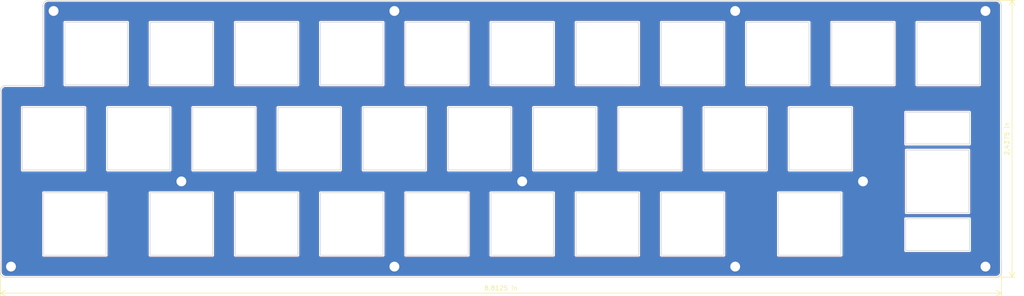
<source format=kicad_pcb>
(kicad_pcb (version 20171130) (host pcbnew "(5.1.2)-1")

  (general
    (thickness 1.6)
    (drawings 21)
    (tracks 0)
    (zones 0)
    (modules 42)
    (nets 2)
  )

  (page A4)
  (layers
    (0 F.Cu signal)
    (31 B.Cu signal)
    (32 B.Adhes user hide)
    (33 F.Adhes user hide)
    (34 B.Paste user hide)
    (35 F.Paste user hide)
    (36 B.SilkS user)
    (37 F.SilkS user)
    (38 B.Mask user)
    (39 F.Mask user)
    (40 Dwgs.User user)
    (41 Cmts.User user hide)
    (42 Eco1.User user)
    (43 Eco2.User user)
    (44 Edge.Cuts user)
    (45 Margin user)
    (46 B.CrtYd user)
    (47 F.CrtYd user)
    (48 B.Fab user hide)
    (49 F.Fab user hide)
  )

  (setup
    (last_trace_width 0.25)
    (trace_clearance 0.2)
    (zone_clearance 0.254)
    (zone_45_only no)
    (trace_min 0.2)
    (via_size 0.8)
    (via_drill 0.4)
    (via_min_size 0.4)
    (via_min_drill 0.3)
    (uvia_size 0.3)
    (uvia_drill 0.1)
    (uvias_allowed no)
    (uvia_min_size 0.2)
    (uvia_min_drill 0.1)
    (edge_width 0.15)
    (segment_width 0.2)
    (pcb_text_width 0.3)
    (pcb_text_size 1.5 1.5)
    (mod_edge_width 0.15)
    (mod_text_size 1 1)
    (mod_text_width 0.15)
    (pad_size 2.4 2.4)
    (pad_drill 2.2)
    (pad_to_mask_clearance 0.051)
    (solder_mask_min_width 0.25)
    (aux_axis_origin 14.68433 13.49361)
    (visible_elements 7FFFFFFF)
    (pcbplotparams
      (layerselection 0x010f0_ffffffff)
      (usegerberextensions true)
      (usegerberattributes false)
      (usegerberadvancedattributes false)
      (creategerberjobfile false)
      (excludeedgelayer true)
      (linewidth 0.100000)
      (plotframeref false)
      (viasonmask false)
      (mode 1)
      (useauxorigin false)
      (hpglpennumber 1)
      (hpglpenspeed 20)
      (hpglpendiameter 15.000000)
      (psnegative false)
      (psa4output false)
      (plotreference true)
      (plotvalue true)
      (plotinvisibletext false)
      (padsonsilk false)
      (subtractmaskfromsilk false)
      (outputformat 1)
      (mirror false)
      (drillshape 0)
      (scaleselection 1)
      (outputdirectory "plots_t"))
  )

  (net 0 "")
  (net 1 GND)

  (net_class Default "これはデフォルトのネット クラスです。"
    (clearance 0.2)
    (trace_width 0.25)
    (via_dia 0.8)
    (via_drill 0.4)
    (uvia_dia 0.3)
    (uvia_drill 0.1)
  )

  (net_class DCDC ""
    (clearance 0.2)
    (trace_width 0.4)
    (via_dia 0.8)
    (via_drill 0.4)
    (uvia_dia 0.3)
    (uvia_drill 0.1)
  )

  (net_class Power ""
    (clearance 0.2)
    (trace_width 0.4)
    (via_dia 0.8)
    (via_drill 0.4)
    (uvia_dia 0.3)
    (uvia_drill 0.1)
    (add_net GND)
  )

  (module cscslib:CPG151101S11_frame (layer F.Cu) (tedit 5CBC9337) (tstamp 5CDF7B21)
    (at 227.41033 57.15024)
    (path /5CE8C928)
    (fp_text reference SW22 (at -8.4 0 180) (layer F.SilkS) hide
      (effects (font (size 1 1) (thickness 0.15)))
    )
    (fp_text value SW_Push (at 0 3) (layer F.SilkS) hide
      (effects (font (size 1 1) (thickness 0.15)))
    )
    (fp_line (start -9.4 -9.4) (end 9.4 -9.4) (layer Dwgs.User) (width 0.15))
    (fp_line (start 9.4 -9.4) (end 9.4 9.4) (layer Dwgs.User) (width 0.15))
    (fp_line (start 9.4 9.4) (end -9.4 9.4) (layer Dwgs.User) (width 0.15))
    (fp_line (start -9.4 9.4) (end -9.4 -9.4) (layer Dwgs.User) (width 0.15))
    (fp_line (start -7 -7) (end 7 -7) (layer Edge.Cuts) (width 0.15))
    (fp_line (start 7 -7) (end 7 7) (layer Edge.Cuts) (width 0.15))
    (fp_line (start -7 7) (end 7 7) (layer Edge.Cuts) (width 0.15))
    (fp_line (start -7 -7) (end -7 7) (layer Edge.Cuts) (width 0.15))
  )

  (module cscslib:CPG151101S11_frame (layer F.Cu) (tedit 5CBC9337) (tstamp 5CDF7B5A)
    (at 34.52827 66.67528)
    (path /5C4FEB5C)
    (fp_text reference SW23 (at -8.4 0 180) (layer F.SilkS) hide
      (effects (font (size 1 1) (thickness 0.15)))
    )
    (fp_text value SW_Push (at 0 3) (layer F.SilkS) hide
      (effects (font (size 1 1) (thickness 0.15)))
    )
    (fp_line (start -9.4 -9.4) (end 9.4 -9.4) (layer Dwgs.User) (width 0.15))
    (fp_line (start 9.4 -9.4) (end 9.4 9.4) (layer Dwgs.User) (width 0.15))
    (fp_line (start 9.4 9.4) (end -9.4 9.4) (layer Dwgs.User) (width 0.15))
    (fp_line (start -9.4 9.4) (end -9.4 -9.4) (layer Dwgs.User) (width 0.15))
    (fp_line (start -7 -7) (end 7 -7) (layer Edge.Cuts) (width 0.15))
    (fp_line (start 7 -7) (end 7 7) (layer Edge.Cuts) (width 0.15))
    (fp_line (start -7 7) (end 7 7) (layer Edge.Cuts) (width 0.15))
    (fp_line (start -7 -7) (end -7 7) (layer Edge.Cuts) (width 0.15))
  )

  (module cscslib:CPG151101S11_frame (layer F.Cu) (tedit 5CBC9337) (tstamp 5CDFA717)
    (at 198.83521 66.67528)
    (path /5CE8369E)
    (fp_text reference SW31 (at -8.4 0 180) (layer F.SilkS) hide
      (effects (font (size 1 1) (thickness 0.15)))
    )
    (fp_text value SW_Push (at 0 3) (layer F.SilkS) hide
      (effects (font (size 1 1) (thickness 0.15)))
    )
    (fp_line (start -9.4 -9.4) (end 9.4 -9.4) (layer Dwgs.User) (width 0.15))
    (fp_line (start 9.4 -9.4) (end 9.4 9.4) (layer Dwgs.User) (width 0.15))
    (fp_line (start 9.4 9.4) (end -9.4 9.4) (layer Dwgs.User) (width 0.15))
    (fp_line (start -9.4 9.4) (end -9.4 -9.4) (layer Dwgs.User) (width 0.15))
    (fp_line (start -7 -7) (end 7 -7) (layer Edge.Cuts) (width 0.15))
    (fp_line (start 7 -7) (end 7 7) (layer Edge.Cuts) (width 0.15))
    (fp_line (start -7 7) (end 7 7) (layer Edge.Cuts) (width 0.15))
    (fp_line (start -7 -7) (end -7 7) (layer Edge.Cuts) (width 0.15))
  )

  (module cscslib:HOLE_M2 (layer F.Cu) (tedit 5C7B3B5E) (tstamp 5CE4FC37)
    (at 58.34087 57.15024)
    (path /5C42C3A0)
    (fp_text reference H3 (at 0 -2.54) (layer F.SilkS) hide
      (effects (font (size 0.29972 0.29972) (thickness 0.0762)))
    )
    (fp_text value MountingHole (at 0 2.54) (layer F.SilkS) hide
      (effects (font (size 0.29972 0.29972) (thickness 0.0762)))
    )
    (pad "" thru_hole circle (at 0 0) (size 2.4 2.4) (drill 2.2) (layers *.Cu *.Mask)
      (net 1 GND) (clearance 0.8))
  )

  (module cscslib:HOLE_M2 (layer F.Cu) (tedit 5C7B3B5E) (tstamp 5CE4FBF2)
    (at 210.74151 57.15024)
    (path /5C42C296)
    (fp_text reference H2 (at 0 -2.54) (layer F.SilkS) hide
      (effects (font (size 0.29972 0.29972) (thickness 0.0762)))
    )
    (fp_text value MountingHole (at 0 2.54) (layer F.SilkS) hide
      (effects (font (size 0.29972 0.29972) (thickness 0.0762)))
    )
    (pad "" thru_hole circle (at 0 0) (size 2.4 2.4) (drill 2.2) (layers *.Cu *.Mask)
      (net 1 GND) (clearance 0.8))
  )

  (module cscslib:HOLE_M2 (layer F.Cu) (tedit 5C7B3B5E) (tstamp 5CE22BC0)
    (at 134.54119 57.15024)
    (path /5C42C025)
    (fp_text reference H1 (at 0 -2.54) (layer F.SilkS) hide
      (effects (font (size 0.29972 0.29972) (thickness 0.0762)))
    )
    (fp_text value MountingHole (at 0 2.54) (layer F.SilkS) hide
      (effects (font (size 0.29972 0.29972) (thickness 0.0762)))
    )
    (pad "" thru_hole circle (at 0 0) (size 2.4 2.4) (drill 2.2) (layers *.Cu *.Mask)
      (net 1 GND) (clearance 0.8))
  )

  (module cscslib:CPG151101S11_frame (layer F.Cu) (tedit 5CBC9337) (tstamp 5CDF7AE8)
    (at 201.21647 47.6252)
    (path /5CE88295)
    (fp_text reference SW21 (at -8.4 0 180) (layer F.SilkS) hide
      (effects (font (size 1 1) (thickness 0.15)))
    )
    (fp_text value SW_Push (at 0 3) (layer F.SilkS) hide
      (effects (font (size 1 1) (thickness 0.15)))
    )
    (fp_line (start -9.4 -9.4) (end 9.4 -9.4) (layer Dwgs.User) (width 0.15))
    (fp_line (start 9.4 -9.4) (end 9.4 9.4) (layer Dwgs.User) (width 0.15))
    (fp_line (start 9.4 9.4) (end -9.4 9.4) (layer Dwgs.User) (width 0.15))
    (fp_line (start -9.4 9.4) (end -9.4 -9.4) (layer Dwgs.User) (width 0.15))
    (fp_line (start -7 -7) (end 7 -7) (layer Edge.Cuts) (width 0.15))
    (fp_line (start 7 -7) (end 7 7) (layer Edge.Cuts) (width 0.15))
    (fp_line (start -7 7) (end 7 7) (layer Edge.Cuts) (width 0.15))
    (fp_line (start -7 -7) (end -7 7) (layer Edge.Cuts) (width 0.15))
  )

  (module cscslib:CPG151101S11_frame (layer F.Cu) (tedit 5CBC9337) (tstamp 5CDF96EE)
    (at 182.16639 47.6252)
    (path /5CE8368F)
    (fp_text reference SW20 (at -8.4 0 180) (layer F.SilkS) hide
      (effects (font (size 1 1) (thickness 0.15)))
    )
    (fp_text value SW_Push (at 0 3) (layer F.SilkS) hide
      (effects (font (size 1 1) (thickness 0.15)))
    )
    (fp_line (start -9.4 -9.4) (end 9.4 -9.4) (layer Dwgs.User) (width 0.15))
    (fp_line (start 9.4 -9.4) (end 9.4 9.4) (layer Dwgs.User) (width 0.15))
    (fp_line (start 9.4 9.4) (end -9.4 9.4) (layer Dwgs.User) (width 0.15))
    (fp_line (start -9.4 9.4) (end -9.4 -9.4) (layer Dwgs.User) (width 0.15))
    (fp_line (start -7 -7) (end 7 -7) (layer Edge.Cuts) (width 0.15))
    (fp_line (start 7 -7) (end 7 7) (layer Edge.Cuts) (width 0.15))
    (fp_line (start -7 7) (end 7 7) (layer Edge.Cuts) (width 0.15))
    (fp_line (start -7 -7) (end -7 7) (layer Edge.Cuts) (width 0.15))
  )

  (module cscslib:CPG151101S11_frame (layer F.Cu) (tedit 5CBC9337) (tstamp 5CDF7A76)
    (at 163.11631 47.6252)
    (path /5CE7F3AC)
    (fp_text reference SW19 (at -8.4 0 180) (layer F.SilkS) hide
      (effects (font (size 1 1) (thickness 0.15)))
    )
    (fp_text value SW_Push (at 0 3) (layer F.SilkS) hide
      (effects (font (size 1 1) (thickness 0.15)))
    )
    (fp_line (start -9.4 -9.4) (end 9.4 -9.4) (layer Dwgs.User) (width 0.15))
    (fp_line (start 9.4 -9.4) (end 9.4 9.4) (layer Dwgs.User) (width 0.15))
    (fp_line (start 9.4 9.4) (end -9.4 9.4) (layer Dwgs.User) (width 0.15))
    (fp_line (start -9.4 9.4) (end -9.4 -9.4) (layer Dwgs.User) (width 0.15))
    (fp_line (start -7 -7) (end 7 -7) (layer Edge.Cuts) (width 0.15))
    (fp_line (start 7 -7) (end 7 7) (layer Edge.Cuts) (width 0.15))
    (fp_line (start -7 7) (end 7 7) (layer Edge.Cuts) (width 0.15))
    (fp_line (start -7 -7) (end -7 7) (layer Edge.Cuts) (width 0.15))
  )

  (module cscslib:CPG151101S11_frame (layer F.Cu) (tedit 5CBC9337) (tstamp 5CDF7A3D)
    (at 144.06623 47.6252)
    (path /5C53B90D)
    (fp_text reference SW18 (at -8.4 0 180) (layer F.SilkS) hide
      (effects (font (size 1 1) (thickness 0.15)))
    )
    (fp_text value SW_Push (at 0 3) (layer F.SilkS) hide
      (effects (font (size 1 1) (thickness 0.15)))
    )
    (fp_line (start -9.4 -9.4) (end 9.4 -9.4) (layer Dwgs.User) (width 0.15))
    (fp_line (start 9.4 -9.4) (end 9.4 9.4) (layer Dwgs.User) (width 0.15))
    (fp_line (start 9.4 9.4) (end -9.4 9.4) (layer Dwgs.User) (width 0.15))
    (fp_line (start -9.4 9.4) (end -9.4 -9.4) (layer Dwgs.User) (width 0.15))
    (fp_line (start -7 -7) (end 7 -7) (layer Edge.Cuts) (width 0.15))
    (fp_line (start 7 -7) (end 7 7) (layer Edge.Cuts) (width 0.15))
    (fp_line (start -7 7) (end 7 7) (layer Edge.Cuts) (width 0.15))
    (fp_line (start -7 -7) (end -7 7) (layer Edge.Cuts) (width 0.15))
  )

  (module cscslib:CPG151101S11_frame (layer F.Cu) (tedit 5CBC9337) (tstamp 5CDF7A04)
    (at 125.01615 47.6252)
    (path /5C4F9B6D)
    (fp_text reference SW17 (at -8.4 0 180) (layer F.SilkS) hide
      (effects (font (size 1 1) (thickness 0.15)))
    )
    (fp_text value SW_Push (at 0 3) (layer F.SilkS) hide
      (effects (font (size 1 1) (thickness 0.15)))
    )
    (fp_line (start -9.4 -9.4) (end 9.4 -9.4) (layer Dwgs.User) (width 0.15))
    (fp_line (start 9.4 -9.4) (end 9.4 9.4) (layer Dwgs.User) (width 0.15))
    (fp_line (start 9.4 9.4) (end -9.4 9.4) (layer Dwgs.User) (width 0.15))
    (fp_line (start -9.4 9.4) (end -9.4 -9.4) (layer Dwgs.User) (width 0.15))
    (fp_line (start -7 -7) (end 7 -7) (layer Edge.Cuts) (width 0.15))
    (fp_line (start 7 -7) (end 7 7) (layer Edge.Cuts) (width 0.15))
    (fp_line (start -7 7) (end 7 7) (layer Edge.Cuts) (width 0.15))
    (fp_line (start -7 -7) (end -7 7) (layer Edge.Cuts) (width 0.15))
  )

  (module cscslib:CPG151101S11_frame (layer F.Cu) (tedit 5CBC9337) (tstamp 5CDF79CB)
    (at 105.96607 47.6252)
    (path /5C4F9B5F)
    (fp_text reference SW16 (at -8.4 0 180) (layer F.SilkS) hide
      (effects (font (size 1 1) (thickness 0.15)))
    )
    (fp_text value SW_Push (at 0 3) (layer F.SilkS) hide
      (effects (font (size 1 1) (thickness 0.15)))
    )
    (fp_line (start -9.4 -9.4) (end 9.4 -9.4) (layer Dwgs.User) (width 0.15))
    (fp_line (start 9.4 -9.4) (end 9.4 9.4) (layer Dwgs.User) (width 0.15))
    (fp_line (start 9.4 9.4) (end -9.4 9.4) (layer Dwgs.User) (width 0.15))
    (fp_line (start -9.4 9.4) (end -9.4 -9.4) (layer Dwgs.User) (width 0.15))
    (fp_line (start -7 -7) (end 7 -7) (layer Edge.Cuts) (width 0.15))
    (fp_line (start 7 -7) (end 7 7) (layer Edge.Cuts) (width 0.15))
    (fp_line (start -7 7) (end 7 7) (layer Edge.Cuts) (width 0.15))
    (fp_line (start -7 -7) (end -7 7) (layer Edge.Cuts) (width 0.15))
  )

  (module cscslib:CPG151101S11_frame (layer F.Cu) (tedit 5CBC9337) (tstamp 5CDF7992)
    (at 86.91599 47.6252)
    (path /5C4F9B51)
    (fp_text reference SW15 (at -8.4 0 180) (layer F.SilkS) hide
      (effects (font (size 1 1) (thickness 0.15)))
    )
    (fp_text value SW_Push (at 0 3) (layer F.SilkS) hide
      (effects (font (size 1 1) (thickness 0.15)))
    )
    (fp_line (start -9.4 -9.4) (end 9.4 -9.4) (layer Dwgs.User) (width 0.15))
    (fp_line (start 9.4 -9.4) (end 9.4 9.4) (layer Dwgs.User) (width 0.15))
    (fp_line (start 9.4 9.4) (end -9.4 9.4) (layer Dwgs.User) (width 0.15))
    (fp_line (start -9.4 9.4) (end -9.4 -9.4) (layer Dwgs.User) (width 0.15))
    (fp_line (start -7 -7) (end 7 -7) (layer Edge.Cuts) (width 0.15))
    (fp_line (start 7 -7) (end 7 7) (layer Edge.Cuts) (width 0.15))
    (fp_line (start -7 7) (end 7 7) (layer Edge.Cuts) (width 0.15))
    (fp_line (start -7 -7) (end -7 7) (layer Edge.Cuts) (width 0.15))
  )

  (module cscslib:CPG151101S11_frame (layer F.Cu) (tedit 5CBC9337) (tstamp 5CDF7959)
    (at 67.86591 47.6252)
    (path /5C4F9B43)
    (fp_text reference SW14 (at -8.4 0 180) (layer F.SilkS) hide
      (effects (font (size 1 1) (thickness 0.15)))
    )
    (fp_text value SW_Push (at 0 3) (layer F.SilkS) hide
      (effects (font (size 1 1) (thickness 0.15)))
    )
    (fp_line (start -9.4 -9.4) (end 9.4 -9.4) (layer Dwgs.User) (width 0.15))
    (fp_line (start 9.4 -9.4) (end 9.4 9.4) (layer Dwgs.User) (width 0.15))
    (fp_line (start 9.4 9.4) (end -9.4 9.4) (layer Dwgs.User) (width 0.15))
    (fp_line (start -9.4 9.4) (end -9.4 -9.4) (layer Dwgs.User) (width 0.15))
    (fp_line (start -7 -7) (end 7 -7) (layer Edge.Cuts) (width 0.15))
    (fp_line (start 7 -7) (end 7 7) (layer Edge.Cuts) (width 0.15))
    (fp_line (start -7 7) (end 7 7) (layer Edge.Cuts) (width 0.15))
    (fp_line (start -7 -7) (end -7 7) (layer Edge.Cuts) (width 0.15))
  )

  (module cscslib:CPG151101S11_frame (layer F.Cu) (tedit 5CBC9337) (tstamp 5CDF99CB)
    (at 48.81583 47.6252)
    (path /5C4F9B35)
    (fp_text reference SW13 (at -8.4 0 180) (layer F.SilkS) hide
      (effects (font (size 1 1) (thickness 0.15)))
    )
    (fp_text value SW_Push (at 0 3) (layer F.SilkS) hide
      (effects (font (size 1 1) (thickness 0.15)))
    )
    (fp_line (start -9.4 -9.4) (end 9.4 -9.4) (layer Dwgs.User) (width 0.15))
    (fp_line (start 9.4 -9.4) (end 9.4 9.4) (layer Dwgs.User) (width 0.15))
    (fp_line (start 9.4 9.4) (end -9.4 9.4) (layer Dwgs.User) (width 0.15))
    (fp_line (start -9.4 9.4) (end -9.4 -9.4) (layer Dwgs.User) (width 0.15))
    (fp_line (start -7 -7) (end 7 -7) (layer Edge.Cuts) (width 0.15))
    (fp_line (start 7 -7) (end 7 7) (layer Edge.Cuts) (width 0.15))
    (fp_line (start -7 7) (end 7 7) (layer Edge.Cuts) (width 0.15))
    (fp_line (start -7 -7) (end -7 7) (layer Edge.Cuts) (width 0.15))
  )

  (module cscslib:CPG151101S11_frame (layer F.Cu) (tedit 5CBC9337) (tstamp 5CDF78E7)
    (at 29.76575 47.6252)
    (path /5C4F9B27)
    (fp_text reference SW12 (at -8.4 0 180) (layer F.SilkS) hide
      (effects (font (size 1 1) (thickness 0.15)))
    )
    (fp_text value SW_Push (at 0 3) (layer F.SilkS) hide
      (effects (font (size 1 1) (thickness 0.15)))
    )
    (fp_line (start -9.4 -9.4) (end 9.4 -9.4) (layer Dwgs.User) (width 0.15))
    (fp_line (start 9.4 -9.4) (end 9.4 9.4) (layer Dwgs.User) (width 0.15))
    (fp_line (start 9.4 9.4) (end -9.4 9.4) (layer Dwgs.User) (width 0.15))
    (fp_line (start -9.4 9.4) (end -9.4 -9.4) (layer Dwgs.User) (width 0.15))
    (fp_line (start -7 -7) (end 7 -7) (layer Edge.Cuts) (width 0.15))
    (fp_line (start 7 -7) (end 7 7) (layer Edge.Cuts) (width 0.15))
    (fp_line (start -7 7) (end 7 7) (layer Edge.Cuts) (width 0.15))
    (fp_line (start -7 -7) (end -7 7) (layer Edge.Cuts) (width 0.15))
  )

  (module cscslib:CPG151101S11_frame (layer F.Cu) (tedit 5CBC9337) (tstamp 5CE2B008)
    (at 172.64135 66.67528)
    (path /5CE7F3BB)
    (fp_text reference SW30 (at -8.4 0 180) (layer F.SilkS) hide
      (effects (font (size 1 1) (thickness 0.15)))
    )
    (fp_text value SW_Push (at 0 3) (layer F.SilkS) hide
      (effects (font (size 1 1) (thickness 0.15)))
    )
    (fp_line (start -9.4 -9.4) (end 9.4 -9.4) (layer Dwgs.User) (width 0.15))
    (fp_line (start 9.4 -9.4) (end 9.4 9.4) (layer Dwgs.User) (width 0.15))
    (fp_line (start 9.4 9.4) (end -9.4 9.4) (layer Dwgs.User) (width 0.15))
    (fp_line (start -9.4 9.4) (end -9.4 -9.4) (layer Dwgs.User) (width 0.15))
    (fp_line (start -7 -7) (end 7 -7) (layer Edge.Cuts) (width 0.15))
    (fp_line (start 7 -7) (end 7 7) (layer Edge.Cuts) (width 0.15))
    (fp_line (start -7 7) (end 7 7) (layer Edge.Cuts) (width 0.15))
    (fp_line (start -7 -7) (end -7 7) (layer Edge.Cuts) (width 0.15))
  )

  (module cscslib:CPG151101S11_frame (layer F.Cu) (tedit 5CBC9337) (tstamp 5CDF7CB0)
    (at 153.59127 66.67528)
    (path /5C53B91F)
    (fp_text reference SW29 (at -8.4 0 180) (layer F.SilkS) hide
      (effects (font (size 1 1) (thickness 0.15)))
    )
    (fp_text value SW_Push (at 0 3) (layer F.SilkS) hide
      (effects (font (size 1 1) (thickness 0.15)))
    )
    (fp_line (start -9.4 -9.4) (end 9.4 -9.4) (layer Dwgs.User) (width 0.15))
    (fp_line (start 9.4 -9.4) (end 9.4 9.4) (layer Dwgs.User) (width 0.15))
    (fp_line (start 9.4 9.4) (end -9.4 9.4) (layer Dwgs.User) (width 0.15))
    (fp_line (start -9.4 9.4) (end -9.4 -9.4) (layer Dwgs.User) (width 0.15))
    (fp_line (start -7 -7) (end 7 -7) (layer Edge.Cuts) (width 0.15))
    (fp_line (start 7 -7) (end 7 7) (layer Edge.Cuts) (width 0.15))
    (fp_line (start -7 7) (end 7 7) (layer Edge.Cuts) (width 0.15))
    (fp_line (start -7 -7) (end -7 7) (layer Edge.Cuts) (width 0.15))
  )

  (module cscslib:CPG151101S11_frame (layer F.Cu) (tedit 5CBC9337) (tstamp 5CDF7C77)
    (at 134.54119 66.67528)
    (path /5C4FEBA2)
    (fp_text reference SW28 (at -8.4 0 180) (layer F.SilkS) hide
      (effects (font (size 1 1) (thickness 0.15)))
    )
    (fp_text value SW_Push (at 0 3) (layer F.SilkS) hide
      (effects (font (size 1 1) (thickness 0.15)))
    )
    (fp_line (start -9.4 -9.4) (end 9.4 -9.4) (layer Dwgs.User) (width 0.15))
    (fp_line (start 9.4 -9.4) (end 9.4 9.4) (layer Dwgs.User) (width 0.15))
    (fp_line (start 9.4 9.4) (end -9.4 9.4) (layer Dwgs.User) (width 0.15))
    (fp_line (start -9.4 9.4) (end -9.4 -9.4) (layer Dwgs.User) (width 0.15))
    (fp_line (start -7 -7) (end 7 -7) (layer Edge.Cuts) (width 0.15))
    (fp_line (start 7 -7) (end 7 7) (layer Edge.Cuts) (width 0.15))
    (fp_line (start -7 7) (end 7 7) (layer Edge.Cuts) (width 0.15))
    (fp_line (start -7 -7) (end -7 7) (layer Edge.Cuts) (width 0.15))
  )

  (module cscslib:CPG151101S11_frame (layer F.Cu) (tedit 5CBC9337) (tstamp 5CDF7C3E)
    (at 115.49111 66.67528)
    (path /5C4FEB94)
    (fp_text reference SW27 (at -8.4 0 180) (layer F.SilkS) hide
      (effects (font (size 1 1) (thickness 0.15)))
    )
    (fp_text value SW_Push (at 0 3) (layer F.SilkS) hide
      (effects (font (size 1 1) (thickness 0.15)))
    )
    (fp_line (start -9.4 -9.4) (end 9.4 -9.4) (layer Dwgs.User) (width 0.15))
    (fp_line (start 9.4 -9.4) (end 9.4 9.4) (layer Dwgs.User) (width 0.15))
    (fp_line (start 9.4 9.4) (end -9.4 9.4) (layer Dwgs.User) (width 0.15))
    (fp_line (start -9.4 9.4) (end -9.4 -9.4) (layer Dwgs.User) (width 0.15))
    (fp_line (start -7 -7) (end 7 -7) (layer Edge.Cuts) (width 0.15))
    (fp_line (start 7 -7) (end 7 7) (layer Edge.Cuts) (width 0.15))
    (fp_line (start -7 7) (end 7 7) (layer Edge.Cuts) (width 0.15))
    (fp_line (start -7 -7) (end -7 7) (layer Edge.Cuts) (width 0.15))
  )

  (module cscslib:CPG151101S11_frame (layer F.Cu) (tedit 5CBC9337) (tstamp 5CDF7C05)
    (at 96.44103 66.67528)
    (path /5C4FEB86)
    (fp_text reference SW26 (at -8.4 0 180) (layer F.SilkS) hide
      (effects (font (size 1 1) (thickness 0.15)))
    )
    (fp_text value SW_Push (at 0 3) (layer F.SilkS) hide
      (effects (font (size 1 1) (thickness 0.15)))
    )
    (fp_line (start -9.4 -9.4) (end 9.4 -9.4) (layer Dwgs.User) (width 0.15))
    (fp_line (start 9.4 -9.4) (end 9.4 9.4) (layer Dwgs.User) (width 0.15))
    (fp_line (start 9.4 9.4) (end -9.4 9.4) (layer Dwgs.User) (width 0.15))
    (fp_line (start -9.4 9.4) (end -9.4 -9.4) (layer Dwgs.User) (width 0.15))
    (fp_line (start -7 -7) (end 7 -7) (layer Edge.Cuts) (width 0.15))
    (fp_line (start 7 -7) (end 7 7) (layer Edge.Cuts) (width 0.15))
    (fp_line (start -7 7) (end 7 7) (layer Edge.Cuts) (width 0.15))
    (fp_line (start -7 -7) (end -7 7) (layer Edge.Cuts) (width 0.15))
  )

  (module cscslib:CPG151101S11_frame (layer F.Cu) (tedit 5CBC9337) (tstamp 5CDF7BCC)
    (at 77.39095 66.67528)
    (path /5C4FEB78)
    (fp_text reference SW25 (at -8.4 0 180) (layer F.SilkS) hide
      (effects (font (size 1 1) (thickness 0.15)))
    )
    (fp_text value SW_Push (at 0 3) (layer F.SilkS) hide
      (effects (font (size 1 1) (thickness 0.15)))
    )
    (fp_line (start -9.4 -9.4) (end 9.4 -9.4) (layer Dwgs.User) (width 0.15))
    (fp_line (start 9.4 -9.4) (end 9.4 9.4) (layer Dwgs.User) (width 0.15))
    (fp_line (start 9.4 9.4) (end -9.4 9.4) (layer Dwgs.User) (width 0.15))
    (fp_line (start -9.4 9.4) (end -9.4 -9.4) (layer Dwgs.User) (width 0.15))
    (fp_line (start -7 -7) (end 7 -7) (layer Edge.Cuts) (width 0.15))
    (fp_line (start 7 -7) (end 7 7) (layer Edge.Cuts) (width 0.15))
    (fp_line (start -7 7) (end 7 7) (layer Edge.Cuts) (width 0.15))
    (fp_line (start -7 -7) (end -7 7) (layer Edge.Cuts) (width 0.15))
  )

  (module cscslib:CPG151101S11_frame (layer F.Cu) (tedit 5CBC9337) (tstamp 5CDF7B93)
    (at 58.34087 66.67528)
    (path /5C4FEB6A)
    (fp_text reference SW24 (at -8.4 0 180) (layer F.SilkS) hide
      (effects (font (size 1 1) (thickness 0.15)))
    )
    (fp_text value SW_Push (at 0 3) (layer F.SilkS) hide
      (effects (font (size 1 1) (thickness 0.15)))
    )
    (fp_line (start -9.4 -9.4) (end 9.4 -9.4) (layer Dwgs.User) (width 0.15))
    (fp_line (start 9.4 -9.4) (end 9.4 9.4) (layer Dwgs.User) (width 0.15))
    (fp_line (start 9.4 9.4) (end -9.4 9.4) (layer Dwgs.User) (width 0.15))
    (fp_line (start -9.4 9.4) (end -9.4 -9.4) (layer Dwgs.User) (width 0.15))
    (fp_line (start -7 -7) (end 7 -7) (layer Edge.Cuts) (width 0.15))
    (fp_line (start 7 -7) (end 7 7) (layer Edge.Cuts) (width 0.15))
    (fp_line (start -7 7) (end 7 7) (layer Edge.Cuts) (width 0.15))
    (fp_line (start -7 -7) (end -7 7) (layer Edge.Cuts) (width 0.15))
  )

  (module cscslib:CPG151101S11_frame (layer F.Cu) (tedit 5CBC9337) (tstamp 5CDF78AE)
    (at 229.79159 28.57512)
    (path /5CE8C91B)
    (fp_text reference SW11 (at -8.4 0 180) (layer F.SilkS) hide
      (effects (font (size 1 1) (thickness 0.15)))
    )
    (fp_text value SW_Push (at 0 3) (layer F.SilkS) hide
      (effects (font (size 1 1) (thickness 0.15)))
    )
    (fp_line (start -9.4 -9.4) (end 9.4 -9.4) (layer Dwgs.User) (width 0.15))
    (fp_line (start 9.4 -9.4) (end 9.4 9.4) (layer Dwgs.User) (width 0.15))
    (fp_line (start 9.4 9.4) (end -9.4 9.4) (layer Dwgs.User) (width 0.15))
    (fp_line (start -9.4 9.4) (end -9.4 -9.4) (layer Dwgs.User) (width 0.15))
    (fp_line (start -7 -7) (end 7 -7) (layer Edge.Cuts) (width 0.15))
    (fp_line (start 7 -7) (end 7 7) (layer Edge.Cuts) (width 0.15))
    (fp_line (start -7 7) (end 7 7) (layer Edge.Cuts) (width 0.15))
    (fp_line (start -7 -7) (end -7 7) (layer Edge.Cuts) (width 0.15))
  )

  (module cscslib:CPG151101S11_frame (layer F.Cu) (tedit 5CBC9337) (tstamp 5CDF783C)
    (at 191.69143 28.57512)
    (path /5CE83682)
    (fp_text reference SW9 (at -8.4 0 180) (layer F.SilkS) hide
      (effects (font (size 1 1) (thickness 0.15)))
    )
    (fp_text value SW_Push (at 0 3) (layer F.SilkS) hide
      (effects (font (size 1 1) (thickness 0.15)))
    )
    (fp_line (start -9.4 -9.4) (end 9.4 -9.4) (layer Dwgs.User) (width 0.15))
    (fp_line (start 9.4 -9.4) (end 9.4 9.4) (layer Dwgs.User) (width 0.15))
    (fp_line (start 9.4 9.4) (end -9.4 9.4) (layer Dwgs.User) (width 0.15))
    (fp_line (start -9.4 9.4) (end -9.4 -9.4) (layer Dwgs.User) (width 0.15))
    (fp_line (start -7 -7) (end 7 -7) (layer Edge.Cuts) (width 0.15))
    (fp_line (start 7 -7) (end 7 7) (layer Edge.Cuts) (width 0.15))
    (fp_line (start -7 7) (end 7 7) (layer Edge.Cuts) (width 0.15))
    (fp_line (start -7 -7) (end -7 7) (layer Edge.Cuts) (width 0.15))
  )

  (module cscslib:CPG151101S11_frame (layer F.Cu) (tedit 5CBC9337) (tstamp 5CDF7803)
    (at 172.64135 28.57512)
    (path /5CE7F39F)
    (fp_text reference SW8 (at -8.4 0 180) (layer F.SilkS) hide
      (effects (font (size 1 1) (thickness 0.15)))
    )
    (fp_text value SW_Push (at 0 3) (layer F.SilkS) hide
      (effects (font (size 1 1) (thickness 0.15)))
    )
    (fp_line (start -9.4 -9.4) (end 9.4 -9.4) (layer Dwgs.User) (width 0.15))
    (fp_line (start 9.4 -9.4) (end 9.4 9.4) (layer Dwgs.User) (width 0.15))
    (fp_line (start 9.4 9.4) (end -9.4 9.4) (layer Dwgs.User) (width 0.15))
    (fp_line (start -9.4 9.4) (end -9.4 -9.4) (layer Dwgs.User) (width 0.15))
    (fp_line (start -7 -7) (end 7 -7) (layer Edge.Cuts) (width 0.15))
    (fp_line (start 7 -7) (end 7 7) (layer Edge.Cuts) (width 0.15))
    (fp_line (start -7 7) (end 7 7) (layer Edge.Cuts) (width 0.15))
    (fp_line (start -7 -7) (end -7 7) (layer Edge.Cuts) (width 0.15))
  )

  (module cscslib:CPG151101S11_frame (layer F.Cu) (tedit 5CBC9337) (tstamp 5CDF77CA)
    (at 153.59127 28.57512)
    (path /5C53B8FD)
    (fp_text reference SW7 (at -8.4 0 180) (layer F.SilkS) hide
      (effects (font (size 1 1) (thickness 0.15)))
    )
    (fp_text value SW_Push (at 0 3) (layer F.SilkS) hide
      (effects (font (size 1 1) (thickness 0.15)))
    )
    (fp_line (start -9.4 -9.4) (end 9.4 -9.4) (layer Dwgs.User) (width 0.15))
    (fp_line (start 9.4 -9.4) (end 9.4 9.4) (layer Dwgs.User) (width 0.15))
    (fp_line (start 9.4 9.4) (end -9.4 9.4) (layer Dwgs.User) (width 0.15))
    (fp_line (start -9.4 9.4) (end -9.4 -9.4) (layer Dwgs.User) (width 0.15))
    (fp_line (start -7 -7) (end 7 -7) (layer Edge.Cuts) (width 0.15))
    (fp_line (start 7 -7) (end 7 7) (layer Edge.Cuts) (width 0.15))
    (fp_line (start -7 7) (end 7 7) (layer Edge.Cuts) (width 0.15))
    (fp_line (start -7 -7) (end -7 7) (layer Edge.Cuts) (width 0.15))
  )

  (module cscslib:CPG151101S11_frame (layer F.Cu) (tedit 5CBC9337) (tstamp 5CDF7791)
    (at 134.54119 28.57512)
    (path /5C4DFF3B)
    (fp_text reference SW6 (at -8.4 0 180) (layer F.SilkS) hide
      (effects (font (size 1 1) (thickness 0.15)))
    )
    (fp_text value SW_Push (at 0 3) (layer F.SilkS) hide
      (effects (font (size 1 1) (thickness 0.15)))
    )
    (fp_line (start -9.4 -9.4) (end 9.4 -9.4) (layer Dwgs.User) (width 0.15))
    (fp_line (start 9.4 -9.4) (end 9.4 9.4) (layer Dwgs.User) (width 0.15))
    (fp_line (start 9.4 9.4) (end -9.4 9.4) (layer Dwgs.User) (width 0.15))
    (fp_line (start -9.4 9.4) (end -9.4 -9.4) (layer Dwgs.User) (width 0.15))
    (fp_line (start -7 -7) (end 7 -7) (layer Edge.Cuts) (width 0.15))
    (fp_line (start 7 -7) (end 7 7) (layer Edge.Cuts) (width 0.15))
    (fp_line (start -7 7) (end 7 7) (layer Edge.Cuts) (width 0.15))
    (fp_line (start -7 -7) (end -7 7) (layer Edge.Cuts) (width 0.15))
  )

  (module cscslib:CPG151101S11_frame (layer F.Cu) (tedit 5CBC9337) (tstamp 5CDF7758)
    (at 115.49111 28.57512)
    (path /5C4DFF2D)
    (fp_text reference SW5 (at -8.4 0 180) (layer F.SilkS) hide
      (effects (font (size 1 1) (thickness 0.15)))
    )
    (fp_text value SW_Push (at 0 3) (layer F.SilkS) hide
      (effects (font (size 1 1) (thickness 0.15)))
    )
    (fp_line (start -9.4 -9.4) (end 9.4 -9.4) (layer Dwgs.User) (width 0.15))
    (fp_line (start 9.4 -9.4) (end 9.4 9.4) (layer Dwgs.User) (width 0.15))
    (fp_line (start 9.4 9.4) (end -9.4 9.4) (layer Dwgs.User) (width 0.15))
    (fp_line (start -9.4 9.4) (end -9.4 -9.4) (layer Dwgs.User) (width 0.15))
    (fp_line (start -7 -7) (end 7 -7) (layer Edge.Cuts) (width 0.15))
    (fp_line (start 7 -7) (end 7 7) (layer Edge.Cuts) (width 0.15))
    (fp_line (start -7 7) (end 7 7) (layer Edge.Cuts) (width 0.15))
    (fp_line (start -7 -7) (end -7 7) (layer Edge.Cuts) (width 0.15))
  )

  (module cscslib:CPG151101S11_frame (layer F.Cu) (tedit 5CBC9337) (tstamp 5CDF771F)
    (at 96.44103 28.57512)
    (path /5C4DFF1F)
    (fp_text reference SW4 (at -8.4 0 180) (layer F.SilkS) hide
      (effects (font (size 1 1) (thickness 0.15)))
    )
    (fp_text value SW_Push (at 0 3) (layer F.SilkS) hide
      (effects (font (size 1 1) (thickness 0.15)))
    )
    (fp_line (start -9.4 -9.4) (end 9.4 -9.4) (layer Dwgs.User) (width 0.15))
    (fp_line (start 9.4 -9.4) (end 9.4 9.4) (layer Dwgs.User) (width 0.15))
    (fp_line (start 9.4 9.4) (end -9.4 9.4) (layer Dwgs.User) (width 0.15))
    (fp_line (start -9.4 9.4) (end -9.4 -9.4) (layer Dwgs.User) (width 0.15))
    (fp_line (start -7 -7) (end 7 -7) (layer Edge.Cuts) (width 0.15))
    (fp_line (start 7 -7) (end 7 7) (layer Edge.Cuts) (width 0.15))
    (fp_line (start -7 7) (end 7 7) (layer Edge.Cuts) (width 0.15))
    (fp_line (start -7 -7) (end -7 7) (layer Edge.Cuts) (width 0.15))
  )

  (module cscslib:CPG151101S11_frame (layer F.Cu) (tedit 5CBC9337) (tstamp 5CDF76E6)
    (at 77.39095 28.57512)
    (path /5C4DFF11)
    (fp_text reference SW3 (at -8.4 0 180) (layer F.SilkS) hide
      (effects (font (size 1 1) (thickness 0.15)))
    )
    (fp_text value SW_Push (at 0 3) (layer F.SilkS) hide
      (effects (font (size 1 1) (thickness 0.15)))
    )
    (fp_line (start -9.4 -9.4) (end 9.4 -9.4) (layer Dwgs.User) (width 0.15))
    (fp_line (start 9.4 -9.4) (end 9.4 9.4) (layer Dwgs.User) (width 0.15))
    (fp_line (start 9.4 9.4) (end -9.4 9.4) (layer Dwgs.User) (width 0.15))
    (fp_line (start -9.4 9.4) (end -9.4 -9.4) (layer Dwgs.User) (width 0.15))
    (fp_line (start -7 -7) (end 7 -7) (layer Edge.Cuts) (width 0.15))
    (fp_line (start 7 -7) (end 7 7) (layer Edge.Cuts) (width 0.15))
    (fp_line (start -7 7) (end 7 7) (layer Edge.Cuts) (width 0.15))
    (fp_line (start -7 -7) (end -7 7) (layer Edge.Cuts) (width 0.15))
  )

  (module cscslib:CPG151101S11_frame (layer F.Cu) (tedit 5CBC9337) (tstamp 5CDF8993)
    (at 58.34087 28.57512)
    (path /5C4DFF03)
    (fp_text reference SW2 (at -8.4 0 180) (layer F.SilkS) hide
      (effects (font (size 1 1) (thickness 0.15)))
    )
    (fp_text value SW_Push (at 0 3) (layer F.SilkS) hide
      (effects (font (size 1 1) (thickness 0.15)))
    )
    (fp_line (start -9.4 -9.4) (end 9.4 -9.4) (layer Dwgs.User) (width 0.15))
    (fp_line (start 9.4 -9.4) (end 9.4 9.4) (layer Dwgs.User) (width 0.15))
    (fp_line (start 9.4 9.4) (end -9.4 9.4) (layer Dwgs.User) (width 0.15))
    (fp_line (start -9.4 9.4) (end -9.4 -9.4) (layer Dwgs.User) (width 0.15))
    (fp_line (start -7 -7) (end 7 -7) (layer Edge.Cuts) (width 0.15))
    (fp_line (start 7 -7) (end 7 7) (layer Edge.Cuts) (width 0.15))
    (fp_line (start -7 7) (end 7 7) (layer Edge.Cuts) (width 0.15))
    (fp_line (start -7 -7) (end -7 7) (layer Edge.Cuts) (width 0.15))
  )

  (module cscslib:CPG151101S11_frame (layer F.Cu) (tedit 5CBC9337) (tstamp 5CDF7674)
    (at 39.29079 28.57512)
    (path /5C4DFEF5)
    (fp_text reference SW1 (at -8.4 0 180) (layer F.SilkS) hide
      (effects (font (size 1 1) (thickness 0.15)))
    )
    (fp_text value SW_Push (at 0 3) (layer F.SilkS) hide
      (effects (font (size 1 1) (thickness 0.15)))
    )
    (fp_line (start -9.4 -9.4) (end 9.4 -9.4) (layer Dwgs.User) (width 0.15))
    (fp_line (start 9.4 -9.4) (end 9.4 9.4) (layer Dwgs.User) (width 0.15))
    (fp_line (start 9.4 9.4) (end -9.4 9.4) (layer Dwgs.User) (width 0.15))
    (fp_line (start -9.4 9.4) (end -9.4 -9.4) (layer Dwgs.User) (width 0.15))
    (fp_line (start -7 -7) (end 7 -7) (layer Edge.Cuts) (width 0.15))
    (fp_line (start 7 -7) (end 7 7) (layer Edge.Cuts) (width 0.15))
    (fp_line (start -7 7) (end 7 7) (layer Edge.Cuts) (width 0.15))
    (fp_line (start -7 -7) (end -7 7) (layer Edge.Cuts) (width 0.15))
  )

  (module cscslib:CPG151101S11_frame (layer F.Cu) (tedit 5CBC9337) (tstamp 5CDF7875)
    (at 210.74151 28.57512)
    (path /5CE88288)
    (fp_text reference SW10 (at -8.4 0 180) (layer F.SilkS) hide
      (effects (font (size 1 1) (thickness 0.15)))
    )
    (fp_text value SW_Push (at 0 3) (layer F.SilkS) hide
      (effects (font (size 1 1) (thickness 0.15)))
    )
    (fp_line (start -9.4 -9.4) (end 9.4 -9.4) (layer Dwgs.User) (width 0.15))
    (fp_line (start 9.4 -9.4) (end 9.4 9.4) (layer Dwgs.User) (width 0.15))
    (fp_line (start 9.4 9.4) (end -9.4 9.4) (layer Dwgs.User) (width 0.15))
    (fp_line (start -9.4 9.4) (end -9.4 -9.4) (layer Dwgs.User) (width 0.15))
    (fp_line (start -7 -7) (end 7 -7) (layer Edge.Cuts) (width 0.15))
    (fp_line (start 7 -7) (end 7 7) (layer Edge.Cuts) (width 0.15))
    (fp_line (start -7 7) (end 7 7) (layer Edge.Cuts) (width 0.15))
    (fp_line (start -7 -7) (end -7 7) (layer Edge.Cuts) (width 0.15))
  )

  (module cscslib:HOLE_M2 (layer F.Cu) (tedit 5C7B3B5E) (tstamp 5CE61D9C)
    (at 182.16639 76.20032)
    (fp_text reference HOLE_M2 (at 0 -2) (layer Eco2.User) hide
      (effects (font (size 0.29972 0.29972) (thickness 0.07493)))
    )
    (fp_text value VAL** (at 0 1.75) (layer Eco2.User) hide
      (effects (font (size 0.29972 0.29972) (thickness 0.07493)))
    )
    (pad "" thru_hole circle (at 0 0) (size 2.4 2.4) (drill 2.2) (layers *.Cu *.Mask)
      (net 1 GND) (clearance 0.8))
  )

  (module cscslib:HOLE_M2 (layer F.Cu) (tedit 5C7B3B5E) (tstamp 5CE61D94)
    (at 105.96607 76.20032)
    (fp_text reference HOLE_M2 (at 0 -2) (layer Eco2.User) hide
      (effects (font (size 0.29972 0.29972) (thickness 0.07493)))
    )
    (fp_text value VAL** (at 0 1.75) (layer Eco2.User) hide
      (effects (font (size 0.29972 0.29972) (thickness 0.07493)))
    )
    (pad "" thru_hole circle (at 0 0) (size 2.4 2.4) (drill 2.2) (layers *.Cu *.Mask)
      (net 1 GND) (clearance 0.8))
  )

  (module cscslib:HOLE_M2 (layer F.Cu) (tedit 5C7B3B5E) (tstamp 5CE61D8C)
    (at 20.24071 76.20032)
    (fp_text reference HOLE_M2 (at 0 -2) (layer Eco2.User) hide
      (effects (font (size 0.29972 0.29972) (thickness 0.07493)))
    )
    (fp_text value VAL** (at 0 1.75) (layer Eco2.User) hide
      (effects (font (size 0.29972 0.29972) (thickness 0.07493)))
    )
    (pad "" thru_hole circle (at 0 0) (size 2.4 2.4) (drill 2.2) (layers *.Cu *.Mask)
      (net 1 GND) (clearance 0.8))
  )

  (module cscslib:HOLE_M2 (layer F.Cu) (tedit 5C7B3B5E) (tstamp 5CE61D84)
    (at 29.76575 19.05008)
    (fp_text reference HOLE_M2 (at 0 -2) (layer Eco2.User) hide
      (effects (font (size 0.29972 0.29972) (thickness 0.07493)))
    )
    (fp_text value VAL** (at 0 1.75) (layer Eco2.User) hide
      (effects (font (size 0.29972 0.29972) (thickness 0.07493)))
    )
    (pad "" thru_hole circle (at 0 0) (size 2.4 2.4) (drill 2.2) (layers *.Cu *.Mask)
      (net 1 GND) (clearance 0.8))
  )

  (module cscslib:HOLE_M2 (layer F.Cu) (tedit 5C7B3B5E) (tstamp 5CE61D7C)
    (at 105.96607 19.05008)
    (fp_text reference HOLE_M2 (at 0 -2) (layer Eco2.User) hide
      (effects (font (size 0.29972 0.29972) (thickness 0.07493)))
    )
    (fp_text value VAL** (at 0 1.75) (layer Eco2.User) hide
      (effects (font (size 0.29972 0.29972) (thickness 0.07493)))
    )
    (pad "" thru_hole circle (at 0 0) (size 2.4 2.4) (drill 2.2) (layers *.Cu *.Mask)
      (net 1 GND) (clearance 0.8))
  )

  (module cscslib:HOLE_M2 (layer F.Cu) (tedit 5C7B3B5E) (tstamp 5CE61D74)
    (at 182.16639 19.05008)
    (fp_text reference HOLE_M2 (at 0 -2) (layer Eco2.User) hide
      (effects (font (size 0.29972 0.29972) (thickness 0.07493)))
    )
    (fp_text value VAL** (at 0 1.75) (layer Eco2.User) hide
      (effects (font (size 0.29972 0.29972) (thickness 0.07493)))
    )
    (pad "" thru_hole circle (at 0 0) (size 2.4 2.4) (drill 2.2) (layers *.Cu *.Mask)
      (net 1 GND) (clearance 0.8))
  )

  (module cscslib:HOLE_M2 (layer F.Cu) (tedit 5C7B3B5E) (tstamp 5CE61D6C)
    (at 238.126 19.05008)
    (fp_text reference HOLE_M2 (at 0 -2) (layer Eco2.User) hide
      (effects (font (size 0.29972 0.29972) (thickness 0.07493)))
    )
    (fp_text value VAL** (at 0 1.75) (layer Eco2.User) hide
      (effects (font (size 0.29972 0.29972) (thickness 0.07493)))
    )
    (pad "" thru_hole circle (at 0 0) (size 2.4 2.4) (drill 2.2) (layers *.Cu *.Mask)
      (net 1 GND) (clearance 0.8))
  )

  (module cscslib:HOLE_M2 (layer F.Cu) (tedit 5C7B3B5E) (tstamp 5CE61D69)
    (at 238.126 76.20032)
    (fp_text reference HOLE_M2 (at 0 -2) (layer Eco2.User) hide
      (effects (font (size 0.29972 0.29972) (thickness 0.07493)))
    )
    (fp_text value VAL** (at 0 1.75) (layer Eco2.User) hide
      (effects (font (size 0.29972 0.29972) (thickness 0.07493)))
    )
    (pad "" thru_hole circle (at 0 0) (size 2.4 2.4) (drill 2.2) (layers *.Cu *.Mask)
      (net 1 GND) (clearance 0.8))
  )

  (gr_line (start 220.26655 65.48465) (end 220.26655 72.62843) (layer Edge.Cuts) (width 0.15) (tstamp 5CE61CDC))
  (gr_line (start 234.55411 65.48465) (end 220.26655 65.48465) (layer Edge.Cuts) (width 0.15))
  (gr_line (start 234.55411 72.62843) (end 234.55411 65.48465) (layer Edge.Cuts) (width 0.15))
  (gr_line (start 220.26655 72.62843) (end 234.55411 72.62843) (layer Edge.Cuts) (width 0.15))
  (gr_line (start 234.55411 41.67205) (end 220.26655 41.67205) (layer Edge.Cuts) (width 0.15) (tstamp 5CE61CD1))
  (gr_line (start 234.55411 48.81583) (end 234.55411 41.67205) (layer Edge.Cuts) (width 0.15))
  (gr_line (start 220.26655 48.81583) (end 234.55411 48.81583) (layer Edge.Cuts) (width 0.15))
  (gr_line (start 220.26655 41.67205) (end 220.26655 48.81583) (layer Edge.Cuts) (width 0.15))
  (gr_line (start 240.50726 78.58158) (end 19.05008 78.58158) (layer Edge.Cuts) (width 0.15) (tstamp 5CE4DD53))
  (gr_line (start 28.57512 16.66882) (end 240.50726 16.66882) (layer Edge.Cuts) (width 0.15) (tstamp 5CE4DD4C))
  (gr_arc (start 19.05008 77.39095) (end 17.85945 77.39095) (angle -90) (layer Edge.Cuts) (width 0.15))
  (dimension 223.83844 (width 0.15) (layer F.SilkS) (tstamp 5CE3E64A)
    (gr_text "223.838 mm" (at 129.77867 83.45347) (layer F.SilkS) (tstamp 5CE3E64A)
      (effects (font (size 1 1) (thickness 0.15)))
    )
    (feature1 (pts (xy 241.69789 75.00969) (xy 241.69789 82.739891)))
    (feature2 (pts (xy 17.85945 75.00969) (xy 17.85945 82.739891)))
    (crossbar (pts (xy 17.85945 82.15347) (xy 241.69789 82.15347)))
    (arrow1a (pts (xy 241.69789 82.15347) (xy 240.571386 82.739891)))
    (arrow1b (pts (xy 241.69789 82.15347) (xy 240.571386 81.567049)))
    (arrow2a (pts (xy 17.85945 82.15347) (xy 18.985954 82.739891)))
    (arrow2b (pts (xy 17.85945 82.15347) (xy 18.985954 81.567049)))
  )
  (dimension 61.91276 (width 0.15) (layer F.SilkS) (tstamp 5CE62A4A)
    (gr_text "61.913 mm" (at 245.37915 47.6252 270) (layer F.SilkS) (tstamp 5CE62A4A)
      (effects (font (size 1 1) (thickness 0.15)))
    )
    (feature1 (pts (xy 238.126 78.58158) (xy 244.665571 78.58158)))
    (feature2 (pts (xy 238.126 16.66882) (xy 244.665571 16.66882)))
    (crossbar (pts (xy 244.07915 16.66882) (xy 244.07915 78.58158)))
    (arrow1a (pts (xy 244.07915 78.58158) (xy 243.492729 77.455076)))
    (arrow1b (pts (xy 244.07915 78.58158) (xy 244.665571 77.455076)))
    (arrow2a (pts (xy 244.07915 16.66882) (xy 243.492729 17.795324)))
    (arrow2b (pts (xy 244.07915 16.66882) (xy 244.665571 17.795324)))
  )
  (gr_arc (start 240.50726 17.85945) (end 241.69789 17.85945) (angle -90) (layer Edge.Cuts) (width 0.15) (tstamp 5CE3EEC6))
  (gr_arc (start 240.50726 77.39095) (end 240.50726 78.58158) (angle -90) (layer Edge.Cuts) (width 0.15) (tstamp 5CE3EEC3))
  (gr_arc (start 19.05008 36.90953) (end 19.05008 35.7189) (angle -90) (layer Edge.Cuts) (width 0.15))
  (gr_arc (start 28.57512 17.85945) (end 28.57512 16.66882) (angle -90) (layer Edge.Cuts) (width 0.15))
  (gr_line (start 17.85945 36.90953) (end 17.85945 77.39095) (layer Edge.Cuts) (width 0.15))
  (gr_line (start 27.38449 35.7189) (end 19.05008 35.7189) (layer Edge.Cuts) (width 0.15))
  (gr_line (start 27.38449 17.85945) (end 27.38449 35.7189) (layer Edge.Cuts) (width 0.15))
  (gr_line (start 241.69789 17.85945) (end 241.69789 77.39095) (layer Edge.Cuts) (width 0.15) (tstamp 5CE3EEC0))

  (zone (net 1) (net_name GND) (layer B.Cu) (tstamp 5CE755F8) (hatch edge 0.508)
    (connect_pads yes (clearance 0.254))
    (min_thickness 0.254)
    (fill yes (arc_segments 32) (thermal_gap 0.508) (thermal_bridge_width 0.508))
    (polygon
      (pts
        (xy 241.69789 78.58158) (xy 241.69789 16.66882) (xy 27.38449 16.66882) (xy 27.38449 35.7189) (xy 17.85945 35.7189)
        (xy 17.85945 78.58158)
      )
    )
    (filled_polygon
      (pts
        (xy 240.649529 17.140956) (xy 240.786373 17.182272) (xy 240.912588 17.249382) (xy 241.023365 17.33973) (xy 241.114481 17.44987)
        (xy 241.182473 17.575618) (xy 241.224744 17.712173) (xy 241.24189 17.875312) (xy 241.241891 77.368636) (xy 241.225754 77.533218)
        (xy 241.184439 77.67006) (xy 241.117329 77.796277) (xy 241.02698 77.907055) (xy 240.91684 77.998171) (xy 240.791092 78.066163)
        (xy 240.654537 78.108434) (xy 240.491399 78.12558) (xy 19.072384 78.12558) (xy 18.907812 78.109444) (xy 18.77097 78.068129)
        (xy 18.644753 78.001019) (xy 18.533975 77.91067) (xy 18.442859 77.80053) (xy 18.374867 77.674782) (xy 18.332596 77.538227)
        (xy 18.31545 77.375089) (xy 18.31545 59.67528) (xy 27.070064 59.67528) (xy 27.07227 59.697679) (xy 27.072271 73.652871)
        (xy 27.070064 73.67528) (xy 27.078868 73.764672) (xy 27.104943 73.850628) (xy 27.147286 73.929846) (xy 27.204269 73.999281)
        (xy 27.273704 74.056264) (xy 27.352922 74.098607) (xy 27.438878 74.124682) (xy 27.505871 74.13128) (xy 27.52827 74.133486)
        (xy 27.550669 74.13128) (xy 41.505871 74.13128) (xy 41.52827 74.133486) (xy 41.617662 74.124682) (xy 41.703618 74.098607)
        (xy 41.782836 74.056264) (xy 41.852271 73.999281) (xy 41.909254 73.929846) (xy 41.951597 73.850628) (xy 41.977672 73.764672)
        (xy 41.98427 73.697679) (xy 41.986476 73.67528) (xy 41.98427 73.652881) (xy 41.98427 59.697679) (xy 41.986476 59.67528)
        (xy 50.882664 59.67528) (xy 50.88487 59.697679) (xy 50.884871 73.652871) (xy 50.882664 73.67528) (xy 50.891468 73.764672)
        (xy 50.917543 73.850628) (xy 50.959886 73.929846) (xy 51.016869 73.999281) (xy 51.086304 74.056264) (xy 51.165522 74.098607)
        (xy 51.251478 74.124682) (xy 51.318471 74.13128) (xy 51.34087 74.133486) (xy 51.363269 74.13128) (xy 65.318471 74.13128)
        (xy 65.34087 74.133486) (xy 65.430262 74.124682) (xy 65.516218 74.098607) (xy 65.595436 74.056264) (xy 65.664871 73.999281)
        (xy 65.721854 73.929846) (xy 65.764197 73.850628) (xy 65.790272 73.764672) (xy 65.79687 73.697679) (xy 65.799076 73.67528)
        (xy 65.79687 73.652881) (xy 65.79687 59.697679) (xy 65.799076 59.67528) (xy 69.932744 59.67528) (xy 69.93495 59.697679)
        (xy 69.934951 73.652871) (xy 69.932744 73.67528) (xy 69.941548 73.764672) (xy 69.967623 73.850628) (xy 70.009966 73.929846)
        (xy 70.066949 73.999281) (xy 70.136384 74.056264) (xy 70.215602 74.098607) (xy 70.301558 74.124682) (xy 70.368551 74.13128)
        (xy 70.39095 74.133486) (xy 70.413349 74.13128) (xy 84.368551 74.13128) (xy 84.39095 74.133486) (xy 84.480342 74.124682)
        (xy 84.566298 74.098607) (xy 84.645516 74.056264) (xy 84.714951 73.999281) (xy 84.771934 73.929846) (xy 84.814277 73.850628)
        (xy 84.840352 73.764672) (xy 84.84695 73.697679) (xy 84.849156 73.67528) (xy 84.84695 73.652881) (xy 84.84695 59.697679)
        (xy 84.849156 59.67528) (xy 88.982824 59.67528) (xy 88.98503 59.697679) (xy 88.985031 73.652871) (xy 88.982824 73.67528)
        (xy 88.991628 73.764672) (xy 89.017703 73.850628) (xy 89.060046 73.929846) (xy 89.117029 73.999281) (xy 89.186464 74.056264)
        (xy 89.265682 74.098607) (xy 89.351638 74.124682) (xy 89.418631 74.13128) (xy 89.44103 74.133486) (xy 89.463429 74.13128)
        (xy 103.418631 74.13128) (xy 103.44103 74.133486) (xy 103.530422 74.124682) (xy 103.616378 74.098607) (xy 103.695596 74.056264)
        (xy 103.765031 73.999281) (xy 103.822014 73.929846) (xy 103.864357 73.850628) (xy 103.890432 73.764672) (xy 103.89703 73.697679)
        (xy 103.899236 73.67528) (xy 103.89703 73.652881) (xy 103.89703 59.697679) (xy 103.899236 59.67528) (xy 108.032904 59.67528)
        (xy 108.03511 59.697679) (xy 108.035111 73.652871) (xy 108.032904 73.67528) (xy 108.041708 73.764672) (xy 108.067783 73.850628)
        (xy 108.110126 73.929846) (xy 108.167109 73.999281) (xy 108.236544 74.056264) (xy 108.315762 74.098607) (xy 108.401718 74.124682)
        (xy 108.468711 74.13128) (xy 108.49111 74.133486) (xy 108.513509 74.13128) (xy 122.468711 74.13128) (xy 122.49111 74.133486)
        (xy 122.580502 74.124682) (xy 122.666458 74.098607) (xy 122.745676 74.056264) (xy 122.815111 73.999281) (xy 122.872094 73.929846)
        (xy 122.914437 73.850628) (xy 122.940512 73.764672) (xy 122.94711 73.697679) (xy 122.949316 73.67528) (xy 122.94711 73.652881)
        (xy 122.94711 59.697679) (xy 122.949316 59.67528) (xy 127.082984 59.67528) (xy 127.08519 59.697679) (xy 127.085191 73.652871)
        (xy 127.082984 73.67528) (xy 127.091788 73.764672) (xy 127.117863 73.850628) (xy 127.160206 73.929846) (xy 127.217189 73.999281)
        (xy 127.286624 74.056264) (xy 127.365842 74.098607) (xy 127.451798 74.124682) (xy 127.518791 74.13128) (xy 127.54119 74.133486)
        (xy 127.563589 74.13128) (xy 141.518791 74.13128) (xy 141.54119 74.133486) (xy 141.630582 74.124682) (xy 141.716538 74.098607)
        (xy 141.795756 74.056264) (xy 141.865191 73.999281) (xy 141.922174 73.929846) (xy 141.964517 73.850628) (xy 141.990592 73.764672)
        (xy 141.99719 73.697679) (xy 141.999396 73.67528) (xy 141.99719 73.652881) (xy 141.99719 59.697679) (xy 141.999396 59.67528)
        (xy 146.133064 59.67528) (xy 146.13527 59.697679) (xy 146.135271 73.652871) (xy 146.133064 73.67528) (xy 146.141868 73.764672)
        (xy 146.167943 73.850628) (xy 146.210286 73.929846) (xy 146.267269 73.999281) (xy 146.336704 74.056264) (xy 146.415922 74.098607)
        (xy 146.501878 74.124682) (xy 146.568871 74.13128) (xy 146.59127 74.133486) (xy 146.613669 74.13128) (xy 160.568871 74.13128)
        (xy 160.59127 74.133486) (xy 160.680662 74.124682) (xy 160.766618 74.098607) (xy 160.845836 74.056264) (xy 160.915271 73.999281)
        (xy 160.972254 73.929846) (xy 161.014597 73.850628) (xy 161.040672 73.764672) (xy 161.04727 73.697679) (xy 161.049476 73.67528)
        (xy 161.04727 73.652881) (xy 161.04727 59.697679) (xy 161.049476 59.67528) (xy 165.183144 59.67528) (xy 165.18535 59.697679)
        (xy 165.185351 73.652871) (xy 165.183144 73.67528) (xy 165.191948 73.764672) (xy 165.218023 73.850628) (xy 165.260366 73.929846)
        (xy 165.317349 73.999281) (xy 165.386784 74.056264) (xy 165.466002 74.098607) (xy 165.551958 74.124682) (xy 165.618951 74.13128)
        (xy 165.64135 74.133486) (xy 165.663749 74.13128) (xy 179.618951 74.13128) (xy 179.64135 74.133486) (xy 179.730742 74.124682)
        (xy 179.816698 74.098607) (xy 179.895916 74.056264) (xy 179.965351 73.999281) (xy 180.022334 73.929846) (xy 180.064677 73.850628)
        (xy 180.090752 73.764672) (xy 180.09735 73.697679) (xy 180.099556 73.67528) (xy 180.09735 73.652881) (xy 180.09735 59.697679)
        (xy 180.099556 59.67528) (xy 191.377004 59.67528) (xy 191.37921 59.697679) (xy 191.379211 73.652871) (xy 191.377004 73.67528)
        (xy 191.385808 73.764672) (xy 191.411883 73.850628) (xy 191.454226 73.929846) (xy 191.511209 73.999281) (xy 191.580644 74.056264)
        (xy 191.659862 74.098607) (xy 191.745818 74.124682) (xy 191.812811 74.13128) (xy 191.83521 74.133486) (xy 191.857609 74.13128)
        (xy 205.812811 74.13128) (xy 205.83521 74.133486) (xy 205.924602 74.124682) (xy 206.010558 74.098607) (xy 206.089776 74.056264)
        (xy 206.159211 73.999281) (xy 206.216194 73.929846) (xy 206.258537 73.850628) (xy 206.284612 73.764672) (xy 206.29121 73.697679)
        (xy 206.293416 73.67528) (xy 206.29121 73.652881) (xy 206.29121 65.48465) (xy 219.808344 65.48465) (xy 219.81055 65.507049)
        (xy 219.810551 72.606021) (xy 219.808344 72.62843) (xy 219.817148 72.717822) (xy 219.843223 72.803778) (xy 219.885566 72.882996)
        (xy 219.942549 72.952431) (xy 220.011984 73.009414) (xy 220.091202 73.051757) (xy 220.177158 73.077832) (xy 220.244151 73.08443)
        (xy 220.26655 73.086636) (xy 220.288949 73.08443) (xy 234.531711 73.08443) (xy 234.55411 73.086636) (xy 234.576509 73.08443)
        (xy 234.643502 73.077832) (xy 234.729458 73.051757) (xy 234.808676 73.009414) (xy 234.878111 72.952431) (xy 234.935094 72.882996)
        (xy 234.977437 72.803778) (xy 235.003512 72.717822) (xy 235.012316 72.62843) (xy 235.01011 72.606031) (xy 235.01011 65.507049)
        (xy 235.012316 65.48465) (xy 235.003512 65.395258) (xy 234.977437 65.309302) (xy 234.935094 65.230084) (xy 234.878111 65.160649)
        (xy 234.808676 65.103666) (xy 234.729458 65.061323) (xy 234.643502 65.035248) (xy 234.576509 65.02865) (xy 234.55411 65.026444)
        (xy 234.531711 65.02865) (xy 220.288949 65.02865) (xy 220.26655 65.026444) (xy 220.244151 65.02865) (xy 220.177158 65.035248)
        (xy 220.091202 65.061323) (xy 220.011984 65.103666) (xy 219.942549 65.160649) (xy 219.885566 65.230084) (xy 219.843223 65.309302)
        (xy 219.817148 65.395258) (xy 219.808344 65.48465) (xy 206.29121 65.48465) (xy 206.29121 59.697679) (xy 206.293416 59.67528)
        (xy 206.284612 59.585888) (xy 206.258537 59.499932) (xy 206.216194 59.420714) (xy 206.159211 59.351279) (xy 206.089776 59.294296)
        (xy 206.010558 59.251953) (xy 205.924602 59.225878) (xy 205.857609 59.21928) (xy 205.83521 59.217074) (xy 205.812811 59.21928)
        (xy 191.857609 59.21928) (xy 191.83521 59.217074) (xy 191.812811 59.21928) (xy 191.745818 59.225878) (xy 191.659862 59.251953)
        (xy 191.580644 59.294296) (xy 191.511209 59.351279) (xy 191.454226 59.420714) (xy 191.411883 59.499932) (xy 191.385808 59.585888)
        (xy 191.377004 59.67528) (xy 180.099556 59.67528) (xy 180.090752 59.585888) (xy 180.064677 59.499932) (xy 180.022334 59.420714)
        (xy 179.965351 59.351279) (xy 179.895916 59.294296) (xy 179.816698 59.251953) (xy 179.730742 59.225878) (xy 179.663749 59.21928)
        (xy 179.64135 59.217074) (xy 179.618951 59.21928) (xy 165.663749 59.21928) (xy 165.64135 59.217074) (xy 165.618951 59.21928)
        (xy 165.551958 59.225878) (xy 165.466002 59.251953) (xy 165.386784 59.294296) (xy 165.317349 59.351279) (xy 165.260366 59.420714)
        (xy 165.218023 59.499932) (xy 165.191948 59.585888) (xy 165.183144 59.67528) (xy 161.049476 59.67528) (xy 161.040672 59.585888)
        (xy 161.014597 59.499932) (xy 160.972254 59.420714) (xy 160.915271 59.351279) (xy 160.845836 59.294296) (xy 160.766618 59.251953)
        (xy 160.680662 59.225878) (xy 160.613669 59.21928) (xy 160.59127 59.217074) (xy 160.568871 59.21928) (xy 146.613669 59.21928)
        (xy 146.59127 59.217074) (xy 146.568871 59.21928) (xy 146.501878 59.225878) (xy 146.415922 59.251953) (xy 146.336704 59.294296)
        (xy 146.267269 59.351279) (xy 146.210286 59.420714) (xy 146.167943 59.499932) (xy 146.141868 59.585888) (xy 146.133064 59.67528)
        (xy 141.999396 59.67528) (xy 141.990592 59.585888) (xy 141.964517 59.499932) (xy 141.922174 59.420714) (xy 141.865191 59.351279)
        (xy 141.795756 59.294296) (xy 141.716538 59.251953) (xy 141.630582 59.225878) (xy 141.563589 59.21928) (xy 141.54119 59.217074)
        (xy 141.518791 59.21928) (xy 127.563589 59.21928) (xy 127.54119 59.217074) (xy 127.518791 59.21928) (xy 127.451798 59.225878)
        (xy 127.365842 59.251953) (xy 127.286624 59.294296) (xy 127.217189 59.351279) (xy 127.160206 59.420714) (xy 127.117863 59.499932)
        (xy 127.091788 59.585888) (xy 127.082984 59.67528) (xy 122.949316 59.67528) (xy 122.940512 59.585888) (xy 122.914437 59.499932)
        (xy 122.872094 59.420714) (xy 122.815111 59.351279) (xy 122.745676 59.294296) (xy 122.666458 59.251953) (xy 122.580502 59.225878)
        (xy 122.513509 59.21928) (xy 122.49111 59.217074) (xy 122.468711 59.21928) (xy 108.513509 59.21928) (xy 108.49111 59.217074)
        (xy 108.468711 59.21928) (xy 108.401718 59.225878) (xy 108.315762 59.251953) (xy 108.236544 59.294296) (xy 108.167109 59.351279)
        (xy 108.110126 59.420714) (xy 108.067783 59.499932) (xy 108.041708 59.585888) (xy 108.032904 59.67528) (xy 103.899236 59.67528)
        (xy 103.890432 59.585888) (xy 103.864357 59.499932) (xy 103.822014 59.420714) (xy 103.765031 59.351279) (xy 103.695596 59.294296)
        (xy 103.616378 59.251953) (xy 103.530422 59.225878) (xy 103.463429 59.21928) (xy 103.44103 59.217074) (xy 103.418631 59.21928)
        (xy 89.463429 59.21928) (xy 89.44103 59.217074) (xy 89.418631 59.21928) (xy 89.351638 59.225878) (xy 89.265682 59.251953)
        (xy 89.186464 59.294296) (xy 89.117029 59.351279) (xy 89.060046 59.420714) (xy 89.017703 59.499932) (xy 88.991628 59.585888)
        (xy 88.982824 59.67528) (xy 84.849156 59.67528) (xy 84.840352 59.585888) (xy 84.814277 59.499932) (xy 84.771934 59.420714)
        (xy 84.714951 59.351279) (xy 84.645516 59.294296) (xy 84.566298 59.251953) (xy 84.480342 59.225878) (xy 84.413349 59.21928)
        (xy 84.39095 59.217074) (xy 84.368551 59.21928) (xy 70.413349 59.21928) (xy 70.39095 59.217074) (xy 70.368551 59.21928)
        (xy 70.301558 59.225878) (xy 70.215602 59.251953) (xy 70.136384 59.294296) (xy 70.066949 59.351279) (xy 70.009966 59.420714)
        (xy 69.967623 59.499932) (xy 69.941548 59.585888) (xy 69.932744 59.67528) (xy 65.799076 59.67528) (xy 65.790272 59.585888)
        (xy 65.764197 59.499932) (xy 65.721854 59.420714) (xy 65.664871 59.351279) (xy 65.595436 59.294296) (xy 65.516218 59.251953)
        (xy 65.430262 59.225878) (xy 65.363269 59.21928) (xy 65.34087 59.217074) (xy 65.318471 59.21928) (xy 51.363269 59.21928)
        (xy 51.34087 59.217074) (xy 51.318471 59.21928) (xy 51.251478 59.225878) (xy 51.165522 59.251953) (xy 51.086304 59.294296)
        (xy 51.016869 59.351279) (xy 50.959886 59.420714) (xy 50.917543 59.499932) (xy 50.891468 59.585888) (xy 50.882664 59.67528)
        (xy 41.986476 59.67528) (xy 41.977672 59.585888) (xy 41.951597 59.499932) (xy 41.909254 59.420714) (xy 41.852271 59.351279)
        (xy 41.782836 59.294296) (xy 41.703618 59.251953) (xy 41.617662 59.225878) (xy 41.550669 59.21928) (xy 41.52827 59.217074)
        (xy 41.505871 59.21928) (xy 27.550669 59.21928) (xy 27.52827 59.217074) (xy 27.505871 59.21928) (xy 27.438878 59.225878)
        (xy 27.352922 59.251953) (xy 27.273704 59.294296) (xy 27.204269 59.351279) (xy 27.147286 59.420714) (xy 27.104943 59.499932)
        (xy 27.078868 59.585888) (xy 27.070064 59.67528) (xy 18.31545 59.67528) (xy 18.31545 40.6252) (xy 22.307544 40.6252)
        (xy 22.30975 40.647599) (xy 22.309751 54.602791) (xy 22.307544 54.6252) (xy 22.316348 54.714592) (xy 22.342423 54.800548)
        (xy 22.384766 54.879766) (xy 22.441749 54.949201) (xy 22.511184 55.006184) (xy 22.590402 55.048527) (xy 22.676358 55.074602)
        (xy 22.743351 55.0812) (xy 22.76575 55.083406) (xy 22.788149 55.0812) (xy 36.743351 55.0812) (xy 36.76575 55.083406)
        (xy 36.855142 55.074602) (xy 36.941098 55.048527) (xy 37.020316 55.006184) (xy 37.089751 54.949201) (xy 37.146734 54.879766)
        (xy 37.189077 54.800548) (xy 37.215152 54.714592) (xy 37.22175 54.647599) (xy 37.223956 54.6252) (xy 37.22175 54.602801)
        (xy 37.22175 40.647599) (xy 37.223956 40.6252) (xy 41.357624 40.6252) (xy 41.35983 40.647599) (xy 41.359831 54.602791)
        (xy 41.357624 54.6252) (xy 41.366428 54.714592) (xy 41.392503 54.800548) (xy 41.434846 54.879766) (xy 41.491829 54.949201)
        (xy 41.561264 55.006184) (xy 41.640482 55.048527) (xy 41.726438 55.074602) (xy 41.793431 55.0812) (xy 41.81583 55.083406)
        (xy 41.838229 55.0812) (xy 55.793431 55.0812) (xy 55.81583 55.083406) (xy 55.905222 55.074602) (xy 55.991178 55.048527)
        (xy 56.070396 55.006184) (xy 56.139831 54.949201) (xy 56.196814 54.879766) (xy 56.239157 54.800548) (xy 56.265232 54.714592)
        (xy 56.27183 54.647599) (xy 56.274036 54.6252) (xy 56.27183 54.602801) (xy 56.27183 40.647599) (xy 56.274036 40.6252)
        (xy 60.407704 40.6252) (xy 60.40991 40.647599) (xy 60.409911 54.602791) (xy 60.407704 54.6252) (xy 60.416508 54.714592)
        (xy 60.442583 54.800548) (xy 60.484926 54.879766) (xy 60.541909 54.949201) (xy 60.611344 55.006184) (xy 60.690562 55.048527)
        (xy 60.776518 55.074602) (xy 60.843511 55.0812) (xy 60.86591 55.083406) (xy 60.888309 55.0812) (xy 74.843511 55.0812)
        (xy 74.86591 55.083406) (xy 74.955302 55.074602) (xy 75.041258 55.048527) (xy 75.120476 55.006184) (xy 75.189911 54.949201)
        (xy 75.246894 54.879766) (xy 75.289237 54.800548) (xy 75.315312 54.714592) (xy 75.32191 54.647599) (xy 75.324116 54.6252)
        (xy 75.32191 54.602801) (xy 75.32191 40.647599) (xy 75.324116 40.6252) (xy 79.457784 40.6252) (xy 79.45999 40.647599)
        (xy 79.459991 54.602791) (xy 79.457784 54.6252) (xy 79.466588 54.714592) (xy 79.492663 54.800548) (xy 79.535006 54.879766)
        (xy 79.591989 54.949201) (xy 79.661424 55.006184) (xy 79.740642 55.048527) (xy 79.826598 55.074602) (xy 79.893591 55.0812)
        (xy 79.91599 55.083406) (xy 79.938389 55.0812) (xy 93.893591 55.0812) (xy 93.91599 55.083406) (xy 94.005382 55.074602)
        (xy 94.091338 55.048527) (xy 94.170556 55.006184) (xy 94.239991 54.949201) (xy 94.296974 54.879766) (xy 94.339317 54.800548)
        (xy 94.365392 54.714592) (xy 94.37199 54.647599) (xy 94.374196 54.6252) (xy 94.37199 54.602801) (xy 94.37199 40.647599)
        (xy 94.374196 40.6252) (xy 98.507864 40.6252) (xy 98.51007 40.647599) (xy 98.510071 54.602791) (xy 98.507864 54.6252)
        (xy 98.516668 54.714592) (xy 98.542743 54.800548) (xy 98.585086 54.879766) (xy 98.642069 54.949201) (xy 98.711504 55.006184)
        (xy 98.790722 55.048527) (xy 98.876678 55.074602) (xy 98.943671 55.0812) (xy 98.96607 55.083406) (xy 98.988469 55.0812)
        (xy 112.943671 55.0812) (xy 112.96607 55.083406) (xy 113.055462 55.074602) (xy 113.141418 55.048527) (xy 113.220636 55.006184)
        (xy 113.290071 54.949201) (xy 113.347054 54.879766) (xy 113.389397 54.800548) (xy 113.415472 54.714592) (xy 113.42207 54.647599)
        (xy 113.424276 54.6252) (xy 113.42207 54.602801) (xy 113.42207 40.647599) (xy 113.424276 40.6252) (xy 117.557944 40.6252)
        (xy 117.56015 40.647599) (xy 117.560151 54.602791) (xy 117.557944 54.6252) (xy 117.566748 54.714592) (xy 117.592823 54.800548)
        (xy 117.635166 54.879766) (xy 117.692149 54.949201) (xy 117.761584 55.006184) (xy 117.840802 55.048527) (xy 117.926758 55.074602)
        (xy 117.993751 55.0812) (xy 118.01615 55.083406) (xy 118.038549 55.0812) (xy 131.993751 55.0812) (xy 132.01615 55.083406)
        (xy 132.105542 55.074602) (xy 132.191498 55.048527) (xy 132.270716 55.006184) (xy 132.340151 54.949201) (xy 132.397134 54.879766)
        (xy 132.439477 54.800548) (xy 132.465552 54.714592) (xy 132.47215 54.647599) (xy 132.474356 54.6252) (xy 132.47215 54.602801)
        (xy 132.47215 40.647599) (xy 132.474356 40.6252) (xy 136.608024 40.6252) (xy 136.61023 40.647599) (xy 136.610231 54.602791)
        (xy 136.608024 54.6252) (xy 136.616828 54.714592) (xy 136.642903 54.800548) (xy 136.685246 54.879766) (xy 136.742229 54.949201)
        (xy 136.811664 55.006184) (xy 136.890882 55.048527) (xy 136.976838 55.074602) (xy 137.043831 55.0812) (xy 137.06623 55.083406)
        (xy 137.088629 55.0812) (xy 151.043831 55.0812) (xy 151.06623 55.083406) (xy 151.155622 55.074602) (xy 151.241578 55.048527)
        (xy 151.320796 55.006184) (xy 151.390231 54.949201) (xy 151.447214 54.879766) (xy 151.489557 54.800548) (xy 151.515632 54.714592)
        (xy 151.52223 54.647599) (xy 151.524436 54.6252) (xy 151.52223 54.602801) (xy 151.52223 40.647599) (xy 151.524436 40.6252)
        (xy 155.658104 40.6252) (xy 155.66031 40.647599) (xy 155.660311 54.602791) (xy 155.658104 54.6252) (xy 155.666908 54.714592)
        (xy 155.692983 54.800548) (xy 155.735326 54.879766) (xy 155.792309 54.949201) (xy 155.861744 55.006184) (xy 155.940962 55.048527)
        (xy 156.026918 55.074602) (xy 156.093911 55.0812) (xy 156.11631 55.083406) (xy 156.138709 55.0812) (xy 170.093911 55.0812)
        (xy 170.11631 55.083406) (xy 170.205702 55.074602) (xy 170.291658 55.048527) (xy 170.370876 55.006184) (xy 170.440311 54.949201)
        (xy 170.497294 54.879766) (xy 170.539637 54.800548) (xy 170.565712 54.714592) (xy 170.57231 54.647599) (xy 170.574516 54.6252)
        (xy 170.57231 54.602801) (xy 170.57231 40.647599) (xy 170.574516 40.6252) (xy 174.708184 40.6252) (xy 174.71039 40.647599)
        (xy 174.710391 54.602791) (xy 174.708184 54.6252) (xy 174.716988 54.714592) (xy 174.743063 54.800548) (xy 174.785406 54.879766)
        (xy 174.842389 54.949201) (xy 174.911824 55.006184) (xy 174.991042 55.048527) (xy 175.076998 55.074602) (xy 175.143991 55.0812)
        (xy 175.16639 55.083406) (xy 175.188789 55.0812) (xy 189.143991 55.0812) (xy 189.16639 55.083406) (xy 189.255782 55.074602)
        (xy 189.341738 55.048527) (xy 189.420956 55.006184) (xy 189.490391 54.949201) (xy 189.547374 54.879766) (xy 189.589717 54.800548)
        (xy 189.615792 54.714592) (xy 189.62239 54.647599) (xy 189.624596 54.6252) (xy 189.62239 54.602801) (xy 189.62239 40.647599)
        (xy 189.624596 40.6252) (xy 193.758264 40.6252) (xy 193.76047 40.647599) (xy 193.760471 54.602791) (xy 193.758264 54.6252)
        (xy 193.767068 54.714592) (xy 193.793143 54.800548) (xy 193.835486 54.879766) (xy 193.892469 54.949201) (xy 193.961904 55.006184)
        (xy 194.041122 55.048527) (xy 194.127078 55.074602) (xy 194.194071 55.0812) (xy 194.21647 55.083406) (xy 194.238869 55.0812)
        (xy 208.194071 55.0812) (xy 208.21647 55.083406) (xy 208.305862 55.074602) (xy 208.391818 55.048527) (xy 208.471036 55.006184)
        (xy 208.540471 54.949201) (xy 208.597454 54.879766) (xy 208.639797 54.800548) (xy 208.665872 54.714592) (xy 208.67247 54.647599)
        (xy 208.674676 54.6252) (xy 208.67247 54.602801) (xy 208.67247 50.15024) (xy 219.952124 50.15024) (xy 219.95433 50.172639)
        (xy 219.954331 64.127831) (xy 219.952124 64.15024) (xy 219.960928 64.239632) (xy 219.987003 64.325588) (xy 220.029346 64.404806)
        (xy 220.086329 64.474241) (xy 220.155764 64.531224) (xy 220.234982 64.573567) (xy 220.320938 64.599642) (xy 220.387931 64.60624)
        (xy 220.41033 64.608446) (xy 220.432729 64.60624) (xy 234.387931 64.60624) (xy 234.41033 64.608446) (xy 234.499722 64.599642)
        (xy 234.585678 64.573567) (xy 234.664896 64.531224) (xy 234.734331 64.474241) (xy 234.791314 64.404806) (xy 234.833657 64.325588)
        (xy 234.859732 64.239632) (xy 234.86633 64.172639) (xy 234.868536 64.15024) (xy 234.86633 64.127841) (xy 234.86633 50.172639)
        (xy 234.868536 50.15024) (xy 234.859732 50.060848) (xy 234.833657 49.974892) (xy 234.791314 49.895674) (xy 234.734331 49.826239)
        (xy 234.664896 49.769256) (xy 234.585678 49.726913) (xy 234.499722 49.700838) (xy 234.432729 49.69424) (xy 234.41033 49.692034)
        (xy 234.387931 49.69424) (xy 220.432729 49.69424) (xy 220.41033 49.692034) (xy 220.387931 49.69424) (xy 220.320938 49.700838)
        (xy 220.234982 49.726913) (xy 220.155764 49.769256) (xy 220.086329 49.826239) (xy 220.029346 49.895674) (xy 219.987003 49.974892)
        (xy 219.960928 50.060848) (xy 219.952124 50.15024) (xy 208.67247 50.15024) (xy 208.67247 41.67205) (xy 219.808344 41.67205)
        (xy 219.81055 41.694449) (xy 219.810551 48.793421) (xy 219.808344 48.81583) (xy 219.817148 48.905222) (xy 219.843223 48.991178)
        (xy 219.885566 49.070396) (xy 219.942549 49.139831) (xy 220.011984 49.196814) (xy 220.091202 49.239157) (xy 220.177158 49.265232)
        (xy 220.244151 49.27183) (xy 220.26655 49.274036) (xy 220.288949 49.27183) (xy 234.531711 49.27183) (xy 234.55411 49.274036)
        (xy 234.576509 49.27183) (xy 234.643502 49.265232) (xy 234.729458 49.239157) (xy 234.808676 49.196814) (xy 234.878111 49.139831)
        (xy 234.935094 49.070396) (xy 234.977437 48.991178) (xy 235.003512 48.905222) (xy 235.012316 48.81583) (xy 235.01011 48.793431)
        (xy 235.01011 41.694449) (xy 235.012316 41.67205) (xy 235.003512 41.582658) (xy 234.977437 41.496702) (xy 234.935094 41.417484)
        (xy 234.878111 41.348049) (xy 234.808676 41.291066) (xy 234.729458 41.248723) (xy 234.643502 41.222648) (xy 234.576509 41.21605)
        (xy 234.55411 41.213844) (xy 234.531711 41.21605) (xy 220.288949 41.21605) (xy 220.26655 41.213844) (xy 220.244151 41.21605)
        (xy 220.177158 41.222648) (xy 220.091202 41.248723) (xy 220.011984 41.291066) (xy 219.942549 41.348049) (xy 219.885566 41.417484)
        (xy 219.843223 41.496702) (xy 219.817148 41.582658) (xy 219.808344 41.67205) (xy 208.67247 41.67205) (xy 208.67247 40.647599)
        (xy 208.674676 40.6252) (xy 208.665872 40.535808) (xy 208.639797 40.449852) (xy 208.597454 40.370634) (xy 208.540471 40.301199)
        (xy 208.471036 40.244216) (xy 208.391818 40.201873) (xy 208.305862 40.175798) (xy 208.238869 40.1692) (xy 208.21647 40.166994)
        (xy 208.194071 40.1692) (xy 194.238869 40.1692) (xy 194.21647 40.166994) (xy 194.194071 40.1692) (xy 194.127078 40.175798)
        (xy 194.041122 40.201873) (xy 193.961904 40.244216) (xy 193.892469 40.301199) (xy 193.835486 40.370634) (xy 193.793143 40.449852)
        (xy 193.767068 40.535808) (xy 193.758264 40.6252) (xy 189.624596 40.6252) (xy 189.615792 40.535808) (xy 189.589717 40.449852)
        (xy 189.547374 40.370634) (xy 189.490391 40.301199) (xy 189.420956 40.244216) (xy 189.341738 40.201873) (xy 189.255782 40.175798)
        (xy 189.188789 40.1692) (xy 189.16639 40.166994) (xy 189.143991 40.1692) (xy 175.188789 40.1692) (xy 175.16639 40.166994)
        (xy 175.143991 40.1692) (xy 175.076998 40.175798) (xy 174.991042 40.201873) (xy 174.911824 40.244216) (xy 174.842389 40.301199)
        (xy 174.785406 40.370634) (xy 174.743063 40.449852) (xy 174.716988 40.535808) (xy 174.708184 40.6252) (xy 170.574516 40.6252)
        (xy 170.565712 40.535808) (xy 170.539637 40.449852) (xy 170.497294 40.370634) (xy 170.440311 40.301199) (xy 170.370876 40.244216)
        (xy 170.291658 40.201873) (xy 170.205702 40.175798) (xy 170.138709 40.1692) (xy 170.11631 40.166994) (xy 170.093911 40.1692)
        (xy 156.138709 40.1692) (xy 156.11631 40.166994) (xy 156.093911 40.1692) (xy 156.026918 40.175798) (xy 155.940962 40.201873)
        (xy 155.861744 40.244216) (xy 155.792309 40.301199) (xy 155.735326 40.370634) (xy 155.692983 40.449852) (xy 155.666908 40.535808)
        (xy 155.658104 40.6252) (xy 151.524436 40.6252) (xy 151.515632 40.535808) (xy 151.489557 40.449852) (xy 151.447214 40.370634)
        (xy 151.390231 40.301199) (xy 151.320796 40.244216) (xy 151.241578 40.201873) (xy 151.155622 40.175798) (xy 151.088629 40.1692)
        (xy 151.06623 40.166994) (xy 151.043831 40.1692) (xy 137.088629 40.1692) (xy 137.06623 40.166994) (xy 137.043831 40.1692)
        (xy 136.976838 40.175798) (xy 136.890882 40.201873) (xy 136.811664 40.244216) (xy 136.742229 40.301199) (xy 136.685246 40.370634)
        (xy 136.642903 40.449852) (xy 136.616828 40.535808) (xy 136.608024 40.6252) (xy 132.474356 40.6252) (xy 132.465552 40.535808)
        (xy 132.439477 40.449852) (xy 132.397134 40.370634) (xy 132.340151 40.301199) (xy 132.270716 40.244216) (xy 132.191498 40.201873)
        (xy 132.105542 40.175798) (xy 132.038549 40.1692) (xy 132.01615 40.166994) (xy 131.993751 40.1692) (xy 118.038549 40.1692)
        (xy 118.01615 40.166994) (xy 117.993751 40.1692) (xy 117.926758 40.175798) (xy 117.840802 40.201873) (xy 117.761584 40.244216)
        (xy 117.692149 40.301199) (xy 117.635166 40.370634) (xy 117.592823 40.449852) (xy 117.566748 40.535808) (xy 117.557944 40.6252)
        (xy 113.424276 40.6252) (xy 113.415472 40.535808) (xy 113.389397 40.449852) (xy 113.347054 40.370634) (xy 113.290071 40.301199)
        (xy 113.220636 40.244216) (xy 113.141418 40.201873) (xy 113.055462 40.175798) (xy 112.988469 40.1692) (xy 112.96607 40.166994)
        (xy 112.943671 40.1692) (xy 98.988469 40.1692) (xy 98.96607 40.166994) (xy 98.943671 40.1692) (xy 98.876678 40.175798)
        (xy 98.790722 40.201873) (xy 98.711504 40.244216) (xy 98.642069 40.301199) (xy 98.585086 40.370634) (xy 98.542743 40.449852)
        (xy 98.516668 40.535808) (xy 98.507864 40.6252) (xy 94.374196 40.6252) (xy 94.365392 40.535808) (xy 94.339317 40.449852)
        (xy 94.296974 40.370634) (xy 94.239991 40.301199) (xy 94.170556 40.244216) (xy 94.091338 40.201873) (xy 94.005382 40.175798)
        (xy 93.938389 40.1692) (xy 93.91599 40.166994) (xy 93.893591 40.1692) (xy 79.938389 40.1692) (xy 79.91599 40.166994)
        (xy 79.893591 40.1692) (xy 79.826598 40.175798) (xy 79.740642 40.201873) (xy 79.661424 40.244216) (xy 79.591989 40.301199)
        (xy 79.535006 40.370634) (xy 79.492663 40.449852) (xy 79.466588 40.535808) (xy 79.457784 40.6252) (xy 75.324116 40.6252)
        (xy 75.315312 40.535808) (xy 75.289237 40.449852) (xy 75.246894 40.370634) (xy 75.189911 40.301199) (xy 75.120476 40.244216)
        (xy 75.041258 40.201873) (xy 74.955302 40.175798) (xy 74.888309 40.1692) (xy 74.86591 40.166994) (xy 74.843511 40.1692)
        (xy 60.888309 40.1692) (xy 60.86591 40.166994) (xy 60.843511 40.1692) (xy 60.776518 40.175798) (xy 60.690562 40.201873)
        (xy 60.611344 40.244216) (xy 60.541909 40.301199) (xy 60.484926 40.370634) (xy 60.442583 40.449852) (xy 60.416508 40.535808)
        (xy 60.407704 40.6252) (xy 56.274036 40.6252) (xy 56.265232 40.535808) (xy 56.239157 40.449852) (xy 56.196814 40.370634)
        (xy 56.139831 40.301199) (xy 56.070396 40.244216) (xy 55.991178 40.201873) (xy 55.905222 40.175798) (xy 55.838229 40.1692)
        (xy 55.81583 40.166994) (xy 55.793431 40.1692) (xy 41.838229 40.1692) (xy 41.81583 40.166994) (xy 41.793431 40.1692)
        (xy 41.726438 40.175798) (xy 41.640482 40.201873) (xy 41.561264 40.244216) (xy 41.491829 40.301199) (xy 41.434846 40.370634)
        (xy 41.392503 40.449852) (xy 41.366428 40.535808) (xy 41.357624 40.6252) (xy 37.223956 40.6252) (xy 37.215152 40.535808)
        (xy 37.189077 40.449852) (xy 37.146734 40.370634) (xy 37.089751 40.301199) (xy 37.020316 40.244216) (xy 36.941098 40.201873)
        (xy 36.855142 40.175798) (xy 36.788149 40.1692) (xy 36.76575 40.166994) (xy 36.743351 40.1692) (xy 22.788149 40.1692)
        (xy 22.76575 40.166994) (xy 22.743351 40.1692) (xy 22.676358 40.175798) (xy 22.590402 40.201873) (xy 22.511184 40.244216)
        (xy 22.441749 40.301199) (xy 22.384766 40.370634) (xy 22.342423 40.449852) (xy 22.316348 40.535808) (xy 22.307544 40.6252)
        (xy 18.31545 40.6252) (xy 18.31545 36.931834) (xy 18.331586 36.767261) (xy 18.372902 36.630417) (xy 18.440012 36.504202)
        (xy 18.53036 36.393425) (xy 18.6405 36.302309) (xy 18.766248 36.234317) (xy 18.902803 36.192046) (xy 19.065942 36.1749)
        (xy 27.362091 36.1749) (xy 27.38449 36.177106) (xy 27.473882 36.168302) (xy 27.559838 36.142227) (xy 27.639056 36.099884)
        (xy 27.708491 36.042901) (xy 27.765474 35.973466) (xy 27.807817 35.894248) (xy 27.833892 35.808292) (xy 27.84049 35.741299)
        (xy 27.842696 35.7189) (xy 27.84049 35.696501) (xy 27.84049 21.57512) (xy 31.832584 21.57512) (xy 31.83479 21.597519)
        (xy 31.834791 35.552711) (xy 31.832584 35.57512) (xy 31.841388 35.664512) (xy 31.867463 35.750468) (xy 31.909806 35.829686)
        (xy 31.966789 35.899121) (xy 32.036224 35.956104) (xy 32.115442 35.998447) (xy 32.201398 36.024522) (xy 32.268391 36.03112)
        (xy 32.29079 36.033326) (xy 32.313189 36.03112) (xy 46.268391 36.03112) (xy 46.29079 36.033326) (xy 46.314753 36.030966)
        (xy 46.380182 36.024522) (xy 46.466138 35.998447) (xy 46.545356 35.956104) (xy 46.614791 35.899121) (xy 46.671774 35.829686)
        (xy 46.714117 35.750468) (xy 46.740192 35.664512) (xy 46.748996 35.57512) (xy 46.74679 35.552721) (xy 46.74679 21.597519)
        (xy 46.748996 21.57512) (xy 50.882664 21.57512) (xy 50.88487 21.597519) (xy 50.884871 35.552711) (xy 50.882664 35.57512)
        (xy 50.891468 35.664512) (xy 50.917543 35.750468) (xy 50.959886 35.829686) (xy 51.016869 35.899121) (xy 51.086304 35.956104)
        (xy 51.165522 35.998447) (xy 51.251478 36.024522) (xy 51.318471 36.03112) (xy 51.34087 36.033326) (xy 51.363269 36.03112)
        (xy 65.318471 36.03112) (xy 65.34087 36.033326) (xy 65.364833 36.030966) (xy 65.430262 36.024522) (xy 65.516218 35.998447)
        (xy 65.595436 35.956104) (xy 65.664871 35.899121) (xy 65.721854 35.829686) (xy 65.764197 35.750468) (xy 65.790272 35.664512)
        (xy 65.799076 35.57512) (xy 65.79687 35.552721) (xy 65.79687 21.597519) (xy 65.799076 21.57512) (xy 69.932744 21.57512)
        (xy 69.93495 21.597519) (xy 69.934951 35.552711) (xy 69.932744 35.57512) (xy 69.941548 35.664512) (xy 69.967623 35.750468)
        (xy 70.009966 35.829686) (xy 70.066949 35.899121) (xy 70.136384 35.956104) (xy 70.215602 35.998447) (xy 70.301558 36.024522)
        (xy 70.368551 36.03112) (xy 70.39095 36.033326) (xy 70.413349 36.03112) (xy 84.368551 36.03112) (xy 84.39095 36.033326)
        (xy 84.414913 36.030966) (xy 84.480342 36.024522) (xy 84.566298 35.998447) (xy 84.645516 35.956104) (xy 84.714951 35.899121)
        (xy 84.771934 35.829686) (xy 84.814277 35.750468) (xy 84.840352 35.664512) (xy 84.849156 35.57512) (xy 84.84695 35.552721)
        (xy 84.84695 21.597519) (xy 84.849156 21.57512) (xy 88.982824 21.57512) (xy 88.98503 21.597519) (xy 88.985031 35.552711)
        (xy 88.982824 35.57512) (xy 88.991628 35.664512) (xy 89.017703 35.750468) (xy 89.060046 35.829686) (xy 89.117029 35.899121)
        (xy 89.186464 35.956104) (xy 89.265682 35.998447) (xy 89.351638 36.024522) (xy 89.418631 36.03112) (xy 89.44103 36.033326)
        (xy 89.463429 36.03112) (xy 103.418631 36.03112) (xy 103.44103 36.033326) (xy 103.464993 36.030966) (xy 103.530422 36.024522)
        (xy 103.616378 35.998447) (xy 103.695596 35.956104) (xy 103.765031 35.899121) (xy 103.822014 35.829686) (xy 103.864357 35.750468)
        (xy 103.890432 35.664512) (xy 103.899236 35.57512) (xy 103.89703 35.552721) (xy 103.89703 21.597519) (xy 103.899236 21.57512)
        (xy 108.032904 21.57512) (xy 108.03511 21.597519) (xy 108.035111 35.552711) (xy 108.032904 35.57512) (xy 108.041708 35.664512)
        (xy 108.067783 35.750468) (xy 108.110126 35.829686) (xy 108.167109 35.899121) (xy 108.236544 35.956104) (xy 108.315762 35.998447)
        (xy 108.401718 36.024522) (xy 108.468711 36.03112) (xy 108.49111 36.033326) (xy 108.513509 36.03112) (xy 122.468711 36.03112)
        (xy 122.49111 36.033326) (xy 122.515073 36.030966) (xy 122.580502 36.024522) (xy 122.666458 35.998447) (xy 122.745676 35.956104)
        (xy 122.815111 35.899121) (xy 122.872094 35.829686) (xy 122.914437 35.750468) (xy 122.940512 35.664512) (xy 122.949316 35.57512)
        (xy 122.94711 35.552721) (xy 122.94711 21.597519) (xy 122.949316 21.57512) (xy 127.082984 21.57512) (xy 127.08519 21.597519)
        (xy 127.085191 35.552711) (xy 127.082984 35.57512) (xy 127.091788 35.664512) (xy 127.117863 35.750468) (xy 127.160206 35.829686)
        (xy 127.217189 35.899121) (xy 127.286624 35.956104) (xy 127.365842 35.998447) (xy 127.451798 36.024522) (xy 127.518791 36.03112)
        (xy 127.54119 36.033326) (xy 127.563589 36.03112) (xy 141.518791 36.03112) (xy 141.54119 36.033326) (xy 141.565153 36.030966)
        (xy 141.630582 36.024522) (xy 141.716538 35.998447) (xy 141.795756 35.956104) (xy 141.865191 35.899121) (xy 141.922174 35.829686)
        (xy 141.964517 35.750468) (xy 141.990592 35.664512) (xy 141.999396 35.57512) (xy 141.99719 35.552721) (xy 141.99719 21.597519)
        (xy 141.999396 21.57512) (xy 146.133064 21.57512) (xy 146.13527 21.597519) (xy 146.135271 35.552711) (xy 146.133064 35.57512)
        (xy 146.141868 35.664512) (xy 146.167943 35.750468) (xy 146.210286 35.829686) (xy 146.267269 35.899121) (xy 146.336704 35.956104)
        (xy 146.415922 35.998447) (xy 146.501878 36.024522) (xy 146.568871 36.03112) (xy 146.59127 36.033326) (xy 146.613669 36.03112)
        (xy 160.568871 36.03112) (xy 160.59127 36.033326) (xy 160.615233 36.030966) (xy 160.680662 36.024522) (xy 160.766618 35.998447)
        (xy 160.845836 35.956104) (xy 160.915271 35.899121) (xy 160.972254 35.829686) (xy 161.014597 35.750468) (xy 161.040672 35.664512)
        (xy 161.049476 35.57512) (xy 161.04727 35.552721) (xy 161.04727 21.597519) (xy 161.049476 21.57512) (xy 165.183144 21.57512)
        (xy 165.18535 21.597519) (xy 165.185351 35.552711) (xy 165.183144 35.57512) (xy 165.191948 35.664512) (xy 165.218023 35.750468)
        (xy 165.260366 35.829686) (xy 165.317349 35.899121) (xy 165.386784 35.956104) (xy 165.466002 35.998447) (xy 165.551958 36.024522)
        (xy 165.618951 36.03112) (xy 165.64135 36.033326) (xy 165.663749 36.03112) (xy 179.618951 36.03112) (xy 179.64135 36.033326)
        (xy 179.665313 36.030966) (xy 179.730742 36.024522) (xy 179.816698 35.998447) (xy 179.895916 35.956104) (xy 179.965351 35.899121)
        (xy 180.022334 35.829686) (xy 180.064677 35.750468) (xy 180.090752 35.664512) (xy 180.099556 35.57512) (xy 180.09735 35.552721)
        (xy 180.09735 21.597519) (xy 180.099556 21.57512) (xy 184.233224 21.57512) (xy 184.23543 21.597519) (xy 184.235431 35.552711)
        (xy 184.233224 35.57512) (xy 184.242028 35.664512) (xy 184.268103 35.750468) (xy 184.310446 35.829686) (xy 184.367429 35.899121)
        (xy 184.436864 35.956104) (xy 184.516082 35.998447) (xy 184.602038 36.024522) (xy 184.669031 36.03112) (xy 184.69143 36.033326)
        (xy 184.713829 36.03112) (xy 198.669031 36.03112) (xy 198.69143 36.033326) (xy 198.715393 36.030966) (xy 198.780822 36.024522)
        (xy 198.866778 35.998447) (xy 198.945996 35.956104) (xy 199.015431 35.899121) (xy 199.072414 35.829686) (xy 199.114757 35.750468)
        (xy 199.140832 35.664512) (xy 199.149636 35.57512) (xy 199.14743 35.552721) (xy 199.14743 21.597519) (xy 199.149636 21.57512)
        (xy 203.283304 21.57512) (xy 203.28551 21.597519) (xy 203.285511 35.552711) (xy 203.283304 35.57512) (xy 203.292108 35.664512)
        (xy 203.318183 35.750468) (xy 203.360526 35.829686) (xy 203.417509 35.899121) (xy 203.486944 35.956104) (xy 203.566162 35.998447)
        (xy 203.652118 36.024522) (xy 203.719111 36.03112) (xy 203.74151 36.033326) (xy 203.763909 36.03112) (xy 217.719111 36.03112)
        (xy 217.74151 36.033326) (xy 217.765473 36.030966) (xy 217.830902 36.024522) (xy 217.916858 35.998447) (xy 217.996076 35.956104)
        (xy 218.065511 35.899121) (xy 218.122494 35.829686) (xy 218.164837 35.750468) (xy 218.190912 35.664512) (xy 218.199716 35.57512)
        (xy 218.19751 35.552721) (xy 218.19751 21.597519) (xy 218.199716 21.57512) (xy 222.333384 21.57512) (xy 222.33559 21.597519)
        (xy 222.335591 35.552711) (xy 222.333384 35.57512) (xy 222.342188 35.664512) (xy 222.368263 35.750468) (xy 222.410606 35.829686)
        (xy 222.467589 35.899121) (xy 222.537024 35.956104) (xy 222.616242 35.998447) (xy 222.702198 36.024522) (xy 222.769191 36.03112)
        (xy 222.79159 36.033326) (xy 222.813989 36.03112) (xy 236.769191 36.03112) (xy 236.79159 36.033326) (xy 236.815553 36.030966)
        (xy 236.880982 36.024522) (xy 236.966938 35.998447) (xy 237.046156 35.956104) (xy 237.115591 35.899121) (xy 237.172574 35.829686)
        (xy 237.214917 35.750468) (xy 237.240992 35.664512) (xy 237.249796 35.57512) (xy 237.24759 35.552721) (xy 237.24759 21.597519)
        (xy 237.249796 21.57512) (xy 237.240992 21.485728) (xy 237.214917 21.399772) (xy 237.172574 21.320554) (xy 237.115591 21.251119)
        (xy 237.046156 21.194136) (xy 236.966938 21.151793) (xy 236.880982 21.125718) (xy 236.813989 21.11912) (xy 236.79159 21.116914)
        (xy 236.769191 21.11912) (xy 222.813989 21.11912) (xy 222.79159 21.116914) (xy 222.769191 21.11912) (xy 222.702198 21.125718)
        (xy 222.616242 21.151793) (xy 222.537024 21.194136) (xy 222.467589 21.251119) (xy 222.410606 21.320554) (xy 222.368263 21.399772)
        (xy 222.342188 21.485728) (xy 222.333384 21.57512) (xy 218.199716 21.57512) (xy 218.190912 21.485728) (xy 218.164837 21.399772)
        (xy 218.122494 21.320554) (xy 218.065511 21.251119) (xy 217.996076 21.194136) (xy 217.916858 21.151793) (xy 217.830902 21.125718)
        (xy 217.763909 21.11912) (xy 217.74151 21.116914) (xy 217.719111 21.11912) (xy 203.763909 21.11912) (xy 203.74151 21.116914)
        (xy 203.719111 21.11912) (xy 203.652118 21.125718) (xy 203.566162 21.151793) (xy 203.486944 21.194136) (xy 203.417509 21.251119)
        (xy 203.360526 21.320554) (xy 203.318183 21.399772) (xy 203.292108 21.485728) (xy 203.283304 21.57512) (xy 199.149636 21.57512)
        (xy 199.140832 21.485728) (xy 199.114757 21.399772) (xy 199.072414 21.320554) (xy 199.015431 21.251119) (xy 198.945996 21.194136)
        (xy 198.866778 21.151793) (xy 198.780822 21.125718) (xy 198.713829 21.11912) (xy 198.69143 21.116914) (xy 198.669031 21.11912)
        (xy 184.713829 21.11912) (xy 184.69143 21.116914) (xy 184.669031 21.11912) (xy 184.602038 21.125718) (xy 184.516082 21.151793)
        (xy 184.436864 21.194136) (xy 184.367429 21.251119) (xy 184.310446 21.320554) (xy 184.268103 21.399772) (xy 184.242028 21.485728)
        (xy 184.233224 21.57512) (xy 180.099556 21.57512) (xy 180.090752 21.485728) (xy 180.064677 21.399772) (xy 180.022334 21.320554)
        (xy 179.965351 21.251119) (xy 179.895916 21.194136) (xy 179.816698 21.151793) (xy 179.730742 21.125718) (xy 179.663749 21.11912)
        (xy 179.64135 21.116914) (xy 179.618951 21.11912) (xy 165.663749 21.11912) (xy 165.64135 21.116914) (xy 165.618951 21.11912)
        (xy 165.551958 21.125718) (xy 165.466002 21.151793) (xy 165.386784 21.194136) (xy 165.317349 21.251119) (xy 165.260366 21.320554)
        (xy 165.218023 21.399772) (xy 165.191948 21.485728) (xy 165.183144 21.57512) (xy 161.049476 21.57512) (xy 161.040672 21.485728)
        (xy 161.014597 21.399772) (xy 160.972254 21.320554) (xy 160.915271 21.251119) (xy 160.845836 21.194136) (xy 160.766618 21.151793)
        (xy 160.680662 21.125718) (xy 160.613669 21.11912) (xy 160.59127 21.116914) (xy 160.568871 21.11912) (xy 146.613669 21.11912)
        (xy 146.59127 21.116914) (xy 146.568871 21.11912) (xy 146.501878 21.125718) (xy 146.415922 21.151793) (xy 146.336704 21.194136)
        (xy 146.267269 21.251119) (xy 146.210286 21.320554) (xy 146.167943 21.399772) (xy 146.141868 21.485728) (xy 146.133064 21.57512)
        (xy 141.999396 21.57512) (xy 141.990592 21.485728) (xy 141.964517 21.399772) (xy 141.922174 21.320554) (xy 141.865191 21.251119)
        (xy 141.795756 21.194136) (xy 141.716538 21.151793) (xy 141.630582 21.125718) (xy 141.563589 21.11912) (xy 141.54119 21.116914)
        (xy 141.518791 21.11912) (xy 127.563589 21.11912) (xy 127.54119 21.116914) (xy 127.518791 21.11912) (xy 127.451798 21.125718)
        (xy 127.365842 21.151793) (xy 127.286624 21.194136) (xy 127.217189 21.251119) (xy 127.160206 21.320554) (xy 127.117863 21.399772)
        (xy 127.091788 21.485728) (xy 127.082984 21.57512) (xy 122.949316 21.57512) (xy 122.940512 21.485728) (xy 122.914437 21.399772)
        (xy 122.872094 21.320554) (xy 122.815111 21.251119) (xy 122.745676 21.194136) (xy 122.666458 21.151793) (xy 122.580502 21.125718)
        (xy 122.513509 21.11912) (xy 122.49111 21.116914) (xy 122.468711 21.11912) (xy 108.513509 21.11912) (xy 108.49111 21.116914)
        (xy 108.468711 21.11912) (xy 108.401718 21.125718) (xy 108.315762 21.151793) (xy 108.236544 21.194136) (xy 108.167109 21.251119)
        (xy 108.110126 21.320554) (xy 108.067783 21.399772) (xy 108.041708 21.485728) (xy 108.032904 21.57512) (xy 103.899236 21.57512)
        (xy 103.890432 21.485728) (xy 103.864357 21.399772) (xy 103.822014 21.320554) (xy 103.765031 21.251119) (xy 103.695596 21.194136)
        (xy 103.616378 21.151793) (xy 103.530422 21.125718) (xy 103.463429 21.11912) (xy 103.44103 21.116914) (xy 103.418631 21.11912)
        (xy 89.463429 21.11912) (xy 89.44103 21.116914) (xy 89.418631 21.11912) (xy 89.351638 21.125718) (xy 89.265682 21.151793)
        (xy 89.186464 21.194136) (xy 89.117029 21.251119) (xy 89.060046 21.320554) (xy 89.017703 21.399772) (xy 88.991628 21.485728)
        (xy 88.982824 21.57512) (xy 84.849156 21.57512) (xy 84.840352 21.485728) (xy 84.814277 21.399772) (xy 84.771934 21.320554)
        (xy 84.714951 21.251119) (xy 84.645516 21.194136) (xy 84.566298 21.151793) (xy 84.480342 21.125718) (xy 84.413349 21.11912)
        (xy 84.39095 21.116914) (xy 84.368551 21.11912) (xy 70.413349 21.11912) (xy 70.39095 21.116914) (xy 70.368551 21.11912)
        (xy 70.301558 21.125718) (xy 70.215602 21.151793) (xy 70.136384 21.194136) (xy 70.066949 21.251119) (xy 70.009966 21.320554)
        (xy 69.967623 21.399772) (xy 69.941548 21.485728) (xy 69.932744 21.57512) (xy 65.799076 21.57512) (xy 65.790272 21.485728)
        (xy 65.764197 21.399772) (xy 65.721854 21.320554) (xy 65.664871 21.251119) (xy 65.595436 21.194136) (xy 65.516218 21.151793)
        (xy 65.430262 21.125718) (xy 65.363269 21.11912) (xy 65.34087 21.116914) (xy 65.318471 21.11912) (xy 51.363269 21.11912)
        (xy 51.34087 21.116914) (xy 51.318471 21.11912) (xy 51.251478 21.125718) (xy 51.165522 21.151793) (xy 51.086304 21.194136)
        (xy 51.016869 21.251119) (xy 50.959886 21.320554) (xy 50.917543 21.399772) (xy 50.891468 21.485728) (xy 50.882664 21.57512)
        (xy 46.748996 21.57512) (xy 46.740192 21.485728) (xy 46.714117 21.399772) (xy 46.671774 21.320554) (xy 46.614791 21.251119)
        (xy 46.545356 21.194136) (xy 46.466138 21.151793) (xy 46.380182 21.125718) (xy 46.313189 21.11912) (xy 46.29079 21.116914)
        (xy 46.268391 21.11912) (xy 32.313189 21.11912) (xy 32.29079 21.116914) (xy 32.268391 21.11912) (xy 32.201398 21.125718)
        (xy 32.115442 21.151793) (xy 32.036224 21.194136) (xy 31.966789 21.251119) (xy 31.909806 21.320554) (xy 31.867463 21.399772)
        (xy 31.841388 21.485728) (xy 31.832584 21.57512) (xy 27.84049 21.57512) (xy 27.84049 17.881754) (xy 27.856626 17.717181)
        (xy 27.897942 17.580337) (xy 27.965052 17.454122) (xy 28.0554 17.343345) (xy 28.16554 17.252229) (xy 28.291288 17.184237)
        (xy 28.427843 17.141966) (xy 28.590982 17.12482) (xy 240.484956 17.12482)
      )
    )
  )
  (zone (net 1) (net_name GND) (layer F.Cu) (tstamp 5CE755F5) (hatch edge 0.508)
    (connect_pads yes (clearance 0.254))
    (min_thickness 0.254)
    (fill yes (arc_segments 32) (thermal_gap 0.508) (thermal_bridge_width 0.508))
    (polygon
      (pts
        (xy 241.69789 78.58158) (xy 241.69789 16.66882) (xy 27.38449 16.66882) (xy 27.38449 35.7189) (xy 17.85945 35.7189)
        (xy 17.85945 78.58158)
      )
    )
    (filled_polygon
      (pts
        (xy 240.649529 17.140956) (xy 240.786373 17.182272) (xy 240.912588 17.249382) (xy 241.023365 17.33973) (xy 241.114481 17.44987)
        (xy 241.182473 17.575618) (xy 241.224744 17.712173) (xy 241.24189 17.875312) (xy 241.241891 77.368636) (xy 241.225754 77.533218)
        (xy 241.184439 77.67006) (xy 241.117329 77.796277) (xy 241.02698 77.907055) (xy 240.91684 77.998171) (xy 240.791092 78.066163)
        (xy 240.654537 78.108434) (xy 240.491399 78.12558) (xy 19.072384 78.12558) (xy 18.907812 78.109444) (xy 18.77097 78.068129)
        (xy 18.644753 78.001019) (xy 18.533975 77.91067) (xy 18.442859 77.80053) (xy 18.374867 77.674782) (xy 18.332596 77.538227)
        (xy 18.31545 77.375089) (xy 18.31545 59.67528) (xy 27.070064 59.67528) (xy 27.07227 59.697679) (xy 27.072271 73.652871)
        (xy 27.070064 73.67528) (xy 27.078868 73.764672) (xy 27.104943 73.850628) (xy 27.147286 73.929846) (xy 27.204269 73.999281)
        (xy 27.273704 74.056264) (xy 27.352922 74.098607) (xy 27.438878 74.124682) (xy 27.505871 74.13128) (xy 27.52827 74.133486)
        (xy 27.550669 74.13128) (xy 41.505871 74.13128) (xy 41.52827 74.133486) (xy 41.617662 74.124682) (xy 41.703618 74.098607)
        (xy 41.782836 74.056264) (xy 41.852271 73.999281) (xy 41.909254 73.929846) (xy 41.951597 73.850628) (xy 41.977672 73.764672)
        (xy 41.98427 73.697679) (xy 41.986476 73.67528) (xy 41.98427 73.652881) (xy 41.98427 59.697679) (xy 41.986476 59.67528)
        (xy 50.882664 59.67528) (xy 50.88487 59.697679) (xy 50.884871 73.652871) (xy 50.882664 73.67528) (xy 50.891468 73.764672)
        (xy 50.917543 73.850628) (xy 50.959886 73.929846) (xy 51.016869 73.999281) (xy 51.086304 74.056264) (xy 51.165522 74.098607)
        (xy 51.251478 74.124682) (xy 51.318471 74.13128) (xy 51.34087 74.133486) (xy 51.363269 74.13128) (xy 65.318471 74.13128)
        (xy 65.34087 74.133486) (xy 65.430262 74.124682) (xy 65.516218 74.098607) (xy 65.595436 74.056264) (xy 65.664871 73.999281)
        (xy 65.721854 73.929846) (xy 65.764197 73.850628) (xy 65.790272 73.764672) (xy 65.79687 73.697679) (xy 65.799076 73.67528)
        (xy 65.79687 73.652881) (xy 65.79687 59.697679) (xy 65.799076 59.67528) (xy 69.932744 59.67528) (xy 69.93495 59.697679)
        (xy 69.934951 73.652871) (xy 69.932744 73.67528) (xy 69.941548 73.764672) (xy 69.967623 73.850628) (xy 70.009966 73.929846)
        (xy 70.066949 73.999281) (xy 70.136384 74.056264) (xy 70.215602 74.098607) (xy 70.301558 74.124682) (xy 70.368551 74.13128)
        (xy 70.39095 74.133486) (xy 70.413349 74.13128) (xy 84.368551 74.13128) (xy 84.39095 74.133486) (xy 84.480342 74.124682)
        (xy 84.566298 74.098607) (xy 84.645516 74.056264) (xy 84.714951 73.999281) (xy 84.771934 73.929846) (xy 84.814277 73.850628)
        (xy 84.840352 73.764672) (xy 84.84695 73.697679) (xy 84.849156 73.67528) (xy 84.84695 73.652881) (xy 84.84695 59.697679)
        (xy 84.849156 59.67528) (xy 88.982824 59.67528) (xy 88.98503 59.697679) (xy 88.985031 73.652871) (xy 88.982824 73.67528)
        (xy 88.991628 73.764672) (xy 89.017703 73.850628) (xy 89.060046 73.929846) (xy 89.117029 73.999281) (xy 89.186464 74.056264)
        (xy 89.265682 74.098607) (xy 89.351638 74.124682) (xy 89.418631 74.13128) (xy 89.44103 74.133486) (xy 89.463429 74.13128)
        (xy 103.418631 74.13128) (xy 103.44103 74.133486) (xy 103.530422 74.124682) (xy 103.616378 74.098607) (xy 103.695596 74.056264)
        (xy 103.765031 73.999281) (xy 103.822014 73.929846) (xy 103.864357 73.850628) (xy 103.890432 73.764672) (xy 103.89703 73.697679)
        (xy 103.899236 73.67528) (xy 103.89703 73.652881) (xy 103.89703 59.697679) (xy 103.899236 59.67528) (xy 108.032904 59.67528)
        (xy 108.03511 59.697679) (xy 108.035111 73.652871) (xy 108.032904 73.67528) (xy 108.041708 73.764672) (xy 108.067783 73.850628)
        (xy 108.110126 73.929846) (xy 108.167109 73.999281) (xy 108.236544 74.056264) (xy 108.315762 74.098607) (xy 108.401718 74.124682)
        (xy 108.468711 74.13128) (xy 108.49111 74.133486) (xy 108.513509 74.13128) (xy 122.468711 74.13128) (xy 122.49111 74.133486)
        (xy 122.580502 74.124682) (xy 122.666458 74.098607) (xy 122.745676 74.056264) (xy 122.815111 73.999281) (xy 122.872094 73.929846)
        (xy 122.914437 73.850628) (xy 122.940512 73.764672) (xy 122.94711 73.697679) (xy 122.949316 73.67528) (xy 122.94711 73.652881)
        (xy 122.94711 59.697679) (xy 122.949316 59.67528) (xy 127.082984 59.67528) (xy 127.08519 59.697679) (xy 127.085191 73.652871)
        (xy 127.082984 73.67528) (xy 127.091788 73.764672) (xy 127.117863 73.850628) (xy 127.160206 73.929846) (xy 127.217189 73.999281)
        (xy 127.286624 74.056264) (xy 127.365842 74.098607) (xy 127.451798 74.124682) (xy 127.518791 74.13128) (xy 127.54119 74.133486)
        (xy 127.563589 74.13128) (xy 141.518791 74.13128) (xy 141.54119 74.133486) (xy 141.630582 74.124682) (xy 141.716538 74.098607)
        (xy 141.795756 74.056264) (xy 141.865191 73.999281) (xy 141.922174 73.929846) (xy 141.964517 73.850628) (xy 141.990592 73.764672)
        (xy 141.99719 73.697679) (xy 141.999396 73.67528) (xy 141.99719 73.652881) (xy 141.99719 59.697679) (xy 141.999396 59.67528)
        (xy 146.133064 59.67528) (xy 146.13527 59.697679) (xy 146.135271 73.652871) (xy 146.133064 73.67528) (xy 146.141868 73.764672)
        (xy 146.167943 73.850628) (xy 146.210286 73.929846) (xy 146.267269 73.999281) (xy 146.336704 74.056264) (xy 146.415922 74.098607)
        (xy 146.501878 74.124682) (xy 146.568871 74.13128) (xy 146.59127 74.133486) (xy 146.613669 74.13128) (xy 160.568871 74.13128)
        (xy 160.59127 74.133486) (xy 160.680662 74.124682) (xy 160.766618 74.098607) (xy 160.845836 74.056264) (xy 160.915271 73.999281)
        (xy 160.972254 73.929846) (xy 161.014597 73.850628) (xy 161.040672 73.764672) (xy 161.04727 73.697679) (xy 161.049476 73.67528)
        (xy 161.04727 73.652881) (xy 161.04727 59.697679) (xy 161.049476 59.67528) (xy 165.183144 59.67528) (xy 165.18535 59.697679)
        (xy 165.185351 73.652871) (xy 165.183144 73.67528) (xy 165.191948 73.764672) (xy 165.218023 73.850628) (xy 165.260366 73.929846)
        (xy 165.317349 73.999281) (xy 165.386784 74.056264) (xy 165.466002 74.098607) (xy 165.551958 74.124682) (xy 165.618951 74.13128)
        (xy 165.64135 74.133486) (xy 165.663749 74.13128) (xy 179.618951 74.13128) (xy 179.64135 74.133486) (xy 179.730742 74.124682)
        (xy 179.816698 74.098607) (xy 179.895916 74.056264) (xy 179.965351 73.999281) (xy 180.022334 73.929846) (xy 180.064677 73.850628)
        (xy 180.090752 73.764672) (xy 180.09735 73.697679) (xy 180.099556 73.67528) (xy 180.09735 73.652881) (xy 180.09735 59.697679)
        (xy 180.099556 59.67528) (xy 191.377004 59.67528) (xy 191.37921 59.697679) (xy 191.379211 73.652871) (xy 191.377004 73.67528)
        (xy 191.385808 73.764672) (xy 191.411883 73.850628) (xy 191.454226 73.929846) (xy 191.511209 73.999281) (xy 191.580644 74.056264)
        (xy 191.659862 74.098607) (xy 191.745818 74.124682) (xy 191.812811 74.13128) (xy 191.83521 74.133486) (xy 191.857609 74.13128)
        (xy 205.812811 74.13128) (xy 205.83521 74.133486) (xy 205.924602 74.124682) (xy 206.010558 74.098607) (xy 206.089776 74.056264)
        (xy 206.159211 73.999281) (xy 206.216194 73.929846) (xy 206.258537 73.850628) (xy 206.284612 73.764672) (xy 206.29121 73.697679)
        (xy 206.293416 73.67528) (xy 206.29121 73.652881) (xy 206.29121 65.48465) (xy 219.808344 65.48465) (xy 219.81055 65.507049)
        (xy 219.810551 72.606021) (xy 219.808344 72.62843) (xy 219.817148 72.717822) (xy 219.843223 72.803778) (xy 219.885566 72.882996)
        (xy 219.942549 72.952431) (xy 220.011984 73.009414) (xy 220.091202 73.051757) (xy 220.177158 73.077832) (xy 220.244151 73.08443)
        (xy 220.26655 73.086636) (xy 220.288949 73.08443) (xy 234.531711 73.08443) (xy 234.55411 73.086636) (xy 234.576509 73.08443)
        (xy 234.643502 73.077832) (xy 234.729458 73.051757) (xy 234.808676 73.009414) (xy 234.878111 72.952431) (xy 234.935094 72.882996)
        (xy 234.977437 72.803778) (xy 235.003512 72.717822) (xy 235.012316 72.62843) (xy 235.01011 72.606031) (xy 235.01011 65.507049)
        (xy 235.012316 65.48465) (xy 235.003512 65.395258) (xy 234.977437 65.309302) (xy 234.935094 65.230084) (xy 234.878111 65.160649)
        (xy 234.808676 65.103666) (xy 234.729458 65.061323) (xy 234.643502 65.035248) (xy 234.576509 65.02865) (xy 234.55411 65.026444)
        (xy 234.531711 65.02865) (xy 220.288949 65.02865) (xy 220.26655 65.026444) (xy 220.244151 65.02865) (xy 220.177158 65.035248)
        (xy 220.091202 65.061323) (xy 220.011984 65.103666) (xy 219.942549 65.160649) (xy 219.885566 65.230084) (xy 219.843223 65.309302)
        (xy 219.817148 65.395258) (xy 219.808344 65.48465) (xy 206.29121 65.48465) (xy 206.29121 59.697679) (xy 206.293416 59.67528)
        (xy 206.284612 59.585888) (xy 206.258537 59.499932) (xy 206.216194 59.420714) (xy 206.159211 59.351279) (xy 206.089776 59.294296)
        (xy 206.010558 59.251953) (xy 205.924602 59.225878) (xy 205.857609 59.21928) (xy 205.83521 59.217074) (xy 205.812811 59.21928)
        (xy 191.857609 59.21928) (xy 191.83521 59.217074) (xy 191.812811 59.21928) (xy 191.745818 59.225878) (xy 191.659862 59.251953)
        (xy 191.580644 59.294296) (xy 191.511209 59.351279) (xy 191.454226 59.420714) (xy 191.411883 59.499932) (xy 191.385808 59.585888)
        (xy 191.377004 59.67528) (xy 180.099556 59.67528) (xy 180.090752 59.585888) (xy 180.064677 59.499932) (xy 180.022334 59.420714)
        (xy 179.965351 59.351279) (xy 179.895916 59.294296) (xy 179.816698 59.251953) (xy 179.730742 59.225878) (xy 179.663749 59.21928)
        (xy 179.64135 59.217074) (xy 179.618951 59.21928) (xy 165.663749 59.21928) (xy 165.64135 59.217074) (xy 165.618951 59.21928)
        (xy 165.551958 59.225878) (xy 165.466002 59.251953) (xy 165.386784 59.294296) (xy 165.317349 59.351279) (xy 165.260366 59.420714)
        (xy 165.218023 59.499932) (xy 165.191948 59.585888) (xy 165.183144 59.67528) (xy 161.049476 59.67528) (xy 161.040672 59.585888)
        (xy 161.014597 59.499932) (xy 160.972254 59.420714) (xy 160.915271 59.351279) (xy 160.845836 59.294296) (xy 160.766618 59.251953)
        (xy 160.680662 59.225878) (xy 160.613669 59.21928) (xy 160.59127 59.217074) (xy 160.568871 59.21928) (xy 146.613669 59.21928)
        (xy 146.59127 59.217074) (xy 146.568871 59.21928) (xy 146.501878 59.225878) (xy 146.415922 59.251953) (xy 146.336704 59.294296)
        (xy 146.267269 59.351279) (xy 146.210286 59.420714) (xy 146.167943 59.499932) (xy 146.141868 59.585888) (xy 146.133064 59.67528)
        (xy 141.999396 59.67528) (xy 141.990592 59.585888) (xy 141.964517 59.499932) (xy 141.922174 59.420714) (xy 141.865191 59.351279)
        (xy 141.795756 59.294296) (xy 141.716538 59.251953) (xy 141.630582 59.225878) (xy 141.563589 59.21928) (xy 141.54119 59.217074)
        (xy 141.518791 59.21928) (xy 127.563589 59.21928) (xy 127.54119 59.217074) (xy 127.518791 59.21928) (xy 127.451798 59.225878)
        (xy 127.365842 59.251953) (xy 127.286624 59.294296) (xy 127.217189 59.351279) (xy 127.160206 59.420714) (xy 127.117863 59.499932)
        (xy 127.091788 59.585888) (xy 127.082984 59.67528) (xy 122.949316 59.67528) (xy 122.940512 59.585888) (xy 122.914437 59.499932)
        (xy 122.872094 59.420714) (xy 122.815111 59.351279) (xy 122.745676 59.294296) (xy 122.666458 59.251953) (xy 122.580502 59.225878)
        (xy 122.513509 59.21928) (xy 122.49111 59.217074) (xy 122.468711 59.21928) (xy 108.513509 59.21928) (xy 108.49111 59.217074)
        (xy 108.468711 59.21928) (xy 108.401718 59.225878) (xy 108.315762 59.251953) (xy 108.236544 59.294296) (xy 108.167109 59.351279)
        (xy 108.110126 59.420714) (xy 108.067783 59.499932) (xy 108.041708 59.585888) (xy 108.032904 59.67528) (xy 103.899236 59.67528)
        (xy 103.890432 59.585888) (xy 103.864357 59.499932) (xy 103.822014 59.420714) (xy 103.765031 59.351279) (xy 103.695596 59.294296)
        (xy 103.616378 59.251953) (xy 103.530422 59.225878) (xy 103.463429 59.21928) (xy 103.44103 59.217074) (xy 103.418631 59.21928)
        (xy 89.463429 59.21928) (xy 89.44103 59.217074) (xy 89.418631 59.21928) (xy 89.351638 59.225878) (xy 89.265682 59.251953)
        (xy 89.186464 59.294296) (xy 89.117029 59.351279) (xy 89.060046 59.420714) (xy 89.017703 59.499932) (xy 88.991628 59.585888)
        (xy 88.982824 59.67528) (xy 84.849156 59.67528) (xy 84.840352 59.585888) (xy 84.814277 59.499932) (xy 84.771934 59.420714)
        (xy 84.714951 59.351279) (xy 84.645516 59.294296) (xy 84.566298 59.251953) (xy 84.480342 59.225878) (xy 84.413349 59.21928)
        (xy 84.39095 59.217074) (xy 84.368551 59.21928) (xy 70.413349 59.21928) (xy 70.39095 59.217074) (xy 70.368551 59.21928)
        (xy 70.301558 59.225878) (xy 70.215602 59.251953) (xy 70.136384 59.294296) (xy 70.066949 59.351279) (xy 70.009966 59.420714)
        (xy 69.967623 59.499932) (xy 69.941548 59.585888) (xy 69.932744 59.67528) (xy 65.799076 59.67528) (xy 65.790272 59.585888)
        (xy 65.764197 59.499932) (xy 65.721854 59.420714) (xy 65.664871 59.351279) (xy 65.595436 59.294296) (xy 65.516218 59.251953)
        (xy 65.430262 59.225878) (xy 65.363269 59.21928) (xy 65.34087 59.217074) (xy 65.318471 59.21928) (xy 51.363269 59.21928)
        (xy 51.34087 59.217074) (xy 51.318471 59.21928) (xy 51.251478 59.225878) (xy 51.165522 59.251953) (xy 51.086304 59.294296)
        (xy 51.016869 59.351279) (xy 50.959886 59.420714) (xy 50.917543 59.499932) (xy 50.891468 59.585888) (xy 50.882664 59.67528)
        (xy 41.986476 59.67528) (xy 41.977672 59.585888) (xy 41.951597 59.499932) (xy 41.909254 59.420714) (xy 41.852271 59.351279)
        (xy 41.782836 59.294296) (xy 41.703618 59.251953) (xy 41.617662 59.225878) (xy 41.550669 59.21928) (xy 41.52827 59.217074)
        (xy 41.505871 59.21928) (xy 27.550669 59.21928) (xy 27.52827 59.217074) (xy 27.505871 59.21928) (xy 27.438878 59.225878)
        (xy 27.352922 59.251953) (xy 27.273704 59.294296) (xy 27.204269 59.351279) (xy 27.147286 59.420714) (xy 27.104943 59.499932)
        (xy 27.078868 59.585888) (xy 27.070064 59.67528) (xy 18.31545 59.67528) (xy 18.31545 40.6252) (xy 22.307544 40.6252)
        (xy 22.30975 40.647599) (xy 22.309751 54.602791) (xy 22.307544 54.6252) (xy 22.316348 54.714592) (xy 22.342423 54.800548)
        (xy 22.384766 54.879766) (xy 22.441749 54.949201) (xy 22.511184 55.006184) (xy 22.590402 55.048527) (xy 22.676358 55.074602)
        (xy 22.743351 55.0812) (xy 22.76575 55.083406) (xy 22.788149 55.0812) (xy 36.743351 55.0812) (xy 36.76575 55.083406)
        (xy 36.855142 55.074602) (xy 36.941098 55.048527) (xy 37.020316 55.006184) (xy 37.089751 54.949201) (xy 37.146734 54.879766)
        (xy 37.189077 54.800548) (xy 37.215152 54.714592) (xy 37.22175 54.647599) (xy 37.223956 54.6252) (xy 37.22175 54.602801)
        (xy 37.22175 40.647599) (xy 37.223956 40.6252) (xy 41.357624 40.6252) (xy 41.35983 40.647599) (xy 41.359831 54.602791)
        (xy 41.357624 54.6252) (xy 41.366428 54.714592) (xy 41.392503 54.800548) (xy 41.434846 54.879766) (xy 41.491829 54.949201)
        (xy 41.561264 55.006184) (xy 41.640482 55.048527) (xy 41.726438 55.074602) (xy 41.793431 55.0812) (xy 41.81583 55.083406)
        (xy 41.838229 55.0812) (xy 55.793431 55.0812) (xy 55.81583 55.083406) (xy 55.905222 55.074602) (xy 55.991178 55.048527)
        (xy 56.070396 55.006184) (xy 56.139831 54.949201) (xy 56.196814 54.879766) (xy 56.239157 54.800548) (xy 56.265232 54.714592)
        (xy 56.27183 54.647599) (xy 56.274036 54.6252) (xy 56.27183 54.602801) (xy 56.27183 40.647599) (xy 56.274036 40.6252)
        (xy 60.407704 40.6252) (xy 60.40991 40.647599) (xy 60.409911 54.602791) (xy 60.407704 54.6252) (xy 60.416508 54.714592)
        (xy 60.442583 54.800548) (xy 60.484926 54.879766) (xy 60.541909 54.949201) (xy 60.611344 55.006184) (xy 60.690562 55.048527)
        (xy 60.776518 55.074602) (xy 60.843511 55.0812) (xy 60.86591 55.083406) (xy 60.888309 55.0812) (xy 74.843511 55.0812)
        (xy 74.86591 55.083406) (xy 74.955302 55.074602) (xy 75.041258 55.048527) (xy 75.120476 55.006184) (xy 75.189911 54.949201)
        (xy 75.246894 54.879766) (xy 75.289237 54.800548) (xy 75.315312 54.714592) (xy 75.32191 54.647599) (xy 75.324116 54.6252)
        (xy 75.32191 54.602801) (xy 75.32191 40.647599) (xy 75.324116 40.6252) (xy 79.457784 40.6252) (xy 79.45999 40.647599)
        (xy 79.459991 54.602791) (xy 79.457784 54.6252) (xy 79.466588 54.714592) (xy 79.492663 54.800548) (xy 79.535006 54.879766)
        (xy 79.591989 54.949201) (xy 79.661424 55.006184) (xy 79.740642 55.048527) (xy 79.826598 55.074602) (xy 79.893591 55.0812)
        (xy 79.91599 55.083406) (xy 79.938389 55.0812) (xy 93.893591 55.0812) (xy 93.91599 55.083406) (xy 94.005382 55.074602)
        (xy 94.091338 55.048527) (xy 94.170556 55.006184) (xy 94.239991 54.949201) (xy 94.296974 54.879766) (xy 94.339317 54.800548)
        (xy 94.365392 54.714592) (xy 94.37199 54.647599) (xy 94.374196 54.6252) (xy 94.37199 54.602801) (xy 94.37199 40.647599)
        (xy 94.374196 40.6252) (xy 98.507864 40.6252) (xy 98.51007 40.647599) (xy 98.510071 54.602791) (xy 98.507864 54.6252)
        (xy 98.516668 54.714592) (xy 98.542743 54.800548) (xy 98.585086 54.879766) (xy 98.642069 54.949201) (xy 98.711504 55.006184)
        (xy 98.790722 55.048527) (xy 98.876678 55.074602) (xy 98.943671 55.0812) (xy 98.96607 55.083406) (xy 98.988469 55.0812)
        (xy 112.943671 55.0812) (xy 112.96607 55.083406) (xy 113.055462 55.074602) (xy 113.141418 55.048527) (xy 113.220636 55.006184)
        (xy 113.290071 54.949201) (xy 113.347054 54.879766) (xy 113.389397 54.800548) (xy 113.415472 54.714592) (xy 113.42207 54.647599)
        (xy 113.424276 54.6252) (xy 113.42207 54.602801) (xy 113.42207 40.647599) (xy 113.424276 40.6252) (xy 117.557944 40.6252)
        (xy 117.56015 40.647599) (xy 117.560151 54.602791) (xy 117.557944 54.6252) (xy 117.566748 54.714592) (xy 117.592823 54.800548)
        (xy 117.635166 54.879766) (xy 117.692149 54.949201) (xy 117.761584 55.006184) (xy 117.840802 55.048527) (xy 117.926758 55.074602)
        (xy 117.993751 55.0812) (xy 118.01615 55.083406) (xy 118.038549 55.0812) (xy 131.993751 55.0812) (xy 132.01615 55.083406)
        (xy 132.105542 55.074602) (xy 132.191498 55.048527) (xy 132.270716 55.006184) (xy 132.340151 54.949201) (xy 132.397134 54.879766)
        (xy 132.439477 54.800548) (xy 132.465552 54.714592) (xy 132.47215 54.647599) (xy 132.474356 54.6252) (xy 132.47215 54.602801)
        (xy 132.47215 40.647599) (xy 132.474356 40.6252) (xy 136.608024 40.6252) (xy 136.61023 40.647599) (xy 136.610231 54.602791)
        (xy 136.608024 54.6252) (xy 136.616828 54.714592) (xy 136.642903 54.800548) (xy 136.685246 54.879766) (xy 136.742229 54.949201)
        (xy 136.811664 55.006184) (xy 136.890882 55.048527) (xy 136.976838 55.074602) (xy 137.043831 55.0812) (xy 137.06623 55.083406)
        (xy 137.088629 55.0812) (xy 151.043831 55.0812) (xy 151.06623 55.083406) (xy 151.155622 55.074602) (xy 151.241578 55.048527)
        (xy 151.320796 55.006184) (xy 151.390231 54.949201) (xy 151.447214 54.879766) (xy 151.489557 54.800548) (xy 151.515632 54.714592)
        (xy 151.52223 54.647599) (xy 151.524436 54.6252) (xy 151.52223 54.602801) (xy 151.52223 40.647599) (xy 151.524436 40.6252)
        (xy 155.658104 40.6252) (xy 155.66031 40.647599) (xy 155.660311 54.602791) (xy 155.658104 54.6252) (xy 155.666908 54.714592)
        (xy 155.692983 54.800548) (xy 155.735326 54.879766) (xy 155.792309 54.949201) (xy 155.861744 55.006184) (xy 155.940962 55.048527)
        (xy 156.026918 55.074602) (xy 156.093911 55.0812) (xy 156.11631 55.083406) (xy 156.138709 55.0812) (xy 170.093911 55.0812)
        (xy 170.11631 55.083406) (xy 170.205702 55.074602) (xy 170.291658 55.048527) (xy 170.370876 55.006184) (xy 170.440311 54.949201)
        (xy 170.497294 54.879766) (xy 170.539637 54.800548) (xy 170.565712 54.714592) (xy 170.57231 54.647599) (xy 170.574516 54.6252)
        (xy 170.57231 54.602801) (xy 170.57231 40.647599) (xy 170.574516 40.6252) (xy 174.708184 40.6252) (xy 174.71039 40.647599)
        (xy 174.710391 54.602791) (xy 174.708184 54.6252) (xy 174.716988 54.714592) (xy 174.743063 54.800548) (xy 174.785406 54.879766)
        (xy 174.842389 54.949201) (xy 174.911824 55.006184) (xy 174.991042 55.048527) (xy 175.076998 55.074602) (xy 175.143991 55.0812)
        (xy 175.16639 55.083406) (xy 175.188789 55.0812) (xy 189.143991 55.0812) (xy 189.16639 55.083406) (xy 189.255782 55.074602)
        (xy 189.341738 55.048527) (xy 189.420956 55.006184) (xy 189.490391 54.949201) (xy 189.547374 54.879766) (xy 189.589717 54.800548)
        (xy 189.615792 54.714592) (xy 189.62239 54.647599) (xy 189.624596 54.6252) (xy 189.62239 54.602801) (xy 189.62239 40.647599)
        (xy 189.624596 40.6252) (xy 193.758264 40.6252) (xy 193.76047 40.647599) (xy 193.760471 54.602791) (xy 193.758264 54.6252)
        (xy 193.767068 54.714592) (xy 193.793143 54.800548) (xy 193.835486 54.879766) (xy 193.892469 54.949201) (xy 193.961904 55.006184)
        (xy 194.041122 55.048527) (xy 194.127078 55.074602) (xy 194.194071 55.0812) (xy 194.21647 55.083406) (xy 194.238869 55.0812)
        (xy 208.194071 55.0812) (xy 208.21647 55.083406) (xy 208.305862 55.074602) (xy 208.391818 55.048527) (xy 208.471036 55.006184)
        (xy 208.540471 54.949201) (xy 208.597454 54.879766) (xy 208.639797 54.800548) (xy 208.665872 54.714592) (xy 208.67247 54.647599)
        (xy 208.674676 54.6252) (xy 208.67247 54.602801) (xy 208.67247 50.15024) (xy 219.952124 50.15024) (xy 219.95433 50.172639)
        (xy 219.954331 64.127831) (xy 219.952124 64.15024) (xy 219.960928 64.239632) (xy 219.987003 64.325588) (xy 220.029346 64.404806)
        (xy 220.086329 64.474241) (xy 220.155764 64.531224) (xy 220.234982 64.573567) (xy 220.320938 64.599642) (xy 220.387931 64.60624)
        (xy 220.41033 64.608446) (xy 220.432729 64.60624) (xy 234.387931 64.60624) (xy 234.41033 64.608446) (xy 234.499722 64.599642)
        (xy 234.585678 64.573567) (xy 234.664896 64.531224) (xy 234.734331 64.474241) (xy 234.791314 64.404806) (xy 234.833657 64.325588)
        (xy 234.859732 64.239632) (xy 234.86633 64.172639) (xy 234.868536 64.15024) (xy 234.86633 64.127841) (xy 234.86633 50.172639)
        (xy 234.868536 50.15024) (xy 234.859732 50.060848) (xy 234.833657 49.974892) (xy 234.791314 49.895674) (xy 234.734331 49.826239)
        (xy 234.664896 49.769256) (xy 234.585678 49.726913) (xy 234.499722 49.700838) (xy 234.432729 49.69424) (xy 234.41033 49.692034)
        (xy 234.387931 49.69424) (xy 220.432729 49.69424) (xy 220.41033 49.692034) (xy 220.387931 49.69424) (xy 220.320938 49.700838)
        (xy 220.234982 49.726913) (xy 220.155764 49.769256) (xy 220.086329 49.826239) (xy 220.029346 49.895674) (xy 219.987003 49.974892)
        (xy 219.960928 50.060848) (xy 219.952124 50.15024) (xy 208.67247 50.15024) (xy 208.67247 41.67205) (xy 219.808344 41.67205)
        (xy 219.81055 41.694449) (xy 219.810551 48.793421) (xy 219.808344 48.81583) (xy 219.817148 48.905222) (xy 219.843223 48.991178)
        (xy 219.885566 49.070396) (xy 219.942549 49.139831) (xy 220.011984 49.196814) (xy 220.091202 49.239157) (xy 220.177158 49.265232)
        (xy 220.244151 49.27183) (xy 220.26655 49.274036) (xy 220.288949 49.27183) (xy 234.531711 49.27183) (xy 234.55411 49.274036)
        (xy 234.576509 49.27183) (xy 234.643502 49.265232) (xy 234.729458 49.239157) (xy 234.808676 49.196814) (xy 234.878111 49.139831)
        (xy 234.935094 49.070396) (xy 234.977437 48.991178) (xy 235.003512 48.905222) (xy 235.012316 48.81583) (xy 235.01011 48.793431)
        (xy 235.01011 41.694449) (xy 235.012316 41.67205) (xy 235.003512 41.582658) (xy 234.977437 41.496702) (xy 234.935094 41.417484)
        (xy 234.878111 41.348049) (xy 234.808676 41.291066) (xy 234.729458 41.248723) (xy 234.643502 41.222648) (xy 234.576509 41.21605)
        (xy 234.55411 41.213844) (xy 234.531711 41.21605) (xy 220.288949 41.21605) (xy 220.26655 41.213844) (xy 220.244151 41.21605)
        (xy 220.177158 41.222648) (xy 220.091202 41.248723) (xy 220.011984 41.291066) (xy 219.942549 41.348049) (xy 219.885566 41.417484)
        (xy 219.843223 41.496702) (xy 219.817148 41.582658) (xy 219.808344 41.67205) (xy 208.67247 41.67205) (xy 208.67247 40.647599)
        (xy 208.674676 40.6252) (xy 208.665872 40.535808) (xy 208.639797 40.449852) (xy 208.597454 40.370634) (xy 208.540471 40.301199)
        (xy 208.471036 40.244216) (xy 208.391818 40.201873) (xy 208.305862 40.175798) (xy 208.238869 40.1692) (xy 208.21647 40.166994)
        (xy 208.194071 40.1692) (xy 194.238869 40.1692) (xy 194.21647 40.166994) (xy 194.194071 40.1692) (xy 194.127078 40.175798)
        (xy 194.041122 40.201873) (xy 193.961904 40.244216) (xy 193.892469 40.301199) (xy 193.835486 40.370634) (xy 193.793143 40.449852)
        (xy 193.767068 40.535808) (xy 193.758264 40.6252) (xy 189.624596 40.6252) (xy 189.615792 40.535808) (xy 189.589717 40.449852)
        (xy 189.547374 40.370634) (xy 189.490391 40.301199) (xy 189.420956 40.244216) (xy 189.341738 40.201873) (xy 189.255782 40.175798)
        (xy 189.188789 40.1692) (xy 189.16639 40.166994) (xy 189.143991 40.1692) (xy 175.188789 40.1692) (xy 175.16639 40.166994)
        (xy 175.143991 40.1692) (xy 175.076998 40.175798) (xy 174.991042 40.201873) (xy 174.911824 40.244216) (xy 174.842389 40.301199)
        (xy 174.785406 40.370634) (xy 174.743063 40.449852) (xy 174.716988 40.535808) (xy 174.708184 40.6252) (xy 170.574516 40.6252)
        (xy 170.565712 40.535808) (xy 170.539637 40.449852) (xy 170.497294 40.370634) (xy 170.440311 40.301199) (xy 170.370876 40.244216)
        (xy 170.291658 40.201873) (xy 170.205702 40.175798) (xy 170.138709 40.1692) (xy 170.11631 40.166994) (xy 170.093911 40.1692)
        (xy 156.138709 40.1692) (xy 156.11631 40.166994) (xy 156.093911 40.1692) (xy 156.026918 40.175798) (xy 155.940962 40.201873)
        (xy 155.861744 40.244216) (xy 155.792309 40.301199) (xy 155.735326 40.370634) (xy 155.692983 40.449852) (xy 155.666908 40.535808)
        (xy 155.658104 40.6252) (xy 151.524436 40.6252) (xy 151.515632 40.535808) (xy 151.489557 40.449852) (xy 151.447214 40.370634)
        (xy 151.390231 40.301199) (xy 151.320796 40.244216) (xy 151.241578 40.201873) (xy 151.155622 40.175798) (xy 151.088629 40.1692)
        (xy 151.06623 40.166994) (xy 151.043831 40.1692) (xy 137.088629 40.1692) (xy 137.06623 40.166994) (xy 137.043831 40.1692)
        (xy 136.976838 40.175798) (xy 136.890882 40.201873) (xy 136.811664 40.244216) (xy 136.742229 40.301199) (xy 136.685246 40.370634)
        (xy 136.642903 40.449852) (xy 136.616828 40.535808) (xy 136.608024 40.6252) (xy 132.474356 40.6252) (xy 132.465552 40.535808)
        (xy 132.439477 40.449852) (xy 132.397134 40.370634) (xy 132.340151 40.301199) (xy 132.270716 40.244216) (xy 132.191498 40.201873)
        (xy 132.105542 40.175798) (xy 132.038549 40.1692) (xy 132.01615 40.166994) (xy 131.993751 40.1692) (xy 118.038549 40.1692)
        (xy 118.01615 40.166994) (xy 117.993751 40.1692) (xy 117.926758 40.175798) (xy 117.840802 40.201873) (xy 117.761584 40.244216)
        (xy 117.692149 40.301199) (xy 117.635166 40.370634) (xy 117.592823 40.449852) (xy 117.566748 40.535808) (xy 117.557944 40.6252)
        (xy 113.424276 40.6252) (xy 113.415472 40.535808) (xy 113.389397 40.449852) (xy 113.347054 40.370634) (xy 113.290071 40.301199)
        (xy 113.220636 40.244216) (xy 113.141418 40.201873) (xy 113.055462 40.175798) (xy 112.988469 40.1692) (xy 112.96607 40.166994)
        (xy 112.943671 40.1692) (xy 98.988469 40.1692) (xy 98.96607 40.166994) (xy 98.943671 40.1692) (xy 98.876678 40.175798)
        (xy 98.790722 40.201873) (xy 98.711504 40.244216) (xy 98.642069 40.301199) (xy 98.585086 40.370634) (xy 98.542743 40.449852)
        (xy 98.516668 40.535808) (xy 98.507864 40.6252) (xy 94.374196 40.6252) (xy 94.365392 40.535808) (xy 94.339317 40.449852)
        (xy 94.296974 40.370634) (xy 94.239991 40.301199) (xy 94.170556 40.244216) (xy 94.091338 40.201873) (xy 94.005382 40.175798)
        (xy 93.938389 40.1692) (xy 93.91599 40.166994) (xy 93.893591 40.1692) (xy 79.938389 40.1692) (xy 79.91599 40.166994)
        (xy 79.893591 40.1692) (xy 79.826598 40.175798) (xy 79.740642 40.201873) (xy 79.661424 40.244216) (xy 79.591989 40.301199)
        (xy 79.535006 40.370634) (xy 79.492663 40.449852) (xy 79.466588 40.535808) (xy 79.457784 40.6252) (xy 75.324116 40.6252)
        (xy 75.315312 40.535808) (xy 75.289237 40.449852) (xy 75.246894 40.370634) (xy 75.189911 40.301199) (xy 75.120476 40.244216)
        (xy 75.041258 40.201873) (xy 74.955302 40.175798) (xy 74.888309 40.1692) (xy 74.86591 40.166994) (xy 74.843511 40.1692)
        (xy 60.888309 40.1692) (xy 60.86591 40.166994) (xy 60.843511 40.1692) (xy 60.776518 40.175798) (xy 60.690562 40.201873)
        (xy 60.611344 40.244216) (xy 60.541909 40.301199) (xy 60.484926 40.370634) (xy 60.442583 40.449852) (xy 60.416508 40.535808)
        (xy 60.407704 40.6252) (xy 56.274036 40.6252) (xy 56.265232 40.535808) (xy 56.239157 40.449852) (xy 56.196814 40.370634)
        (xy 56.139831 40.301199) (xy 56.070396 40.244216) (xy 55.991178 40.201873) (xy 55.905222 40.175798) (xy 55.838229 40.1692)
        (xy 55.81583 40.166994) (xy 55.793431 40.1692) (xy 41.838229 40.1692) (xy 41.81583 40.166994) (xy 41.793431 40.1692)
        (xy 41.726438 40.175798) (xy 41.640482 40.201873) (xy 41.561264 40.244216) (xy 41.491829 40.301199) (xy 41.434846 40.370634)
        (xy 41.392503 40.449852) (xy 41.366428 40.535808) (xy 41.357624 40.6252) (xy 37.223956 40.6252) (xy 37.215152 40.535808)
        (xy 37.189077 40.449852) (xy 37.146734 40.370634) (xy 37.089751 40.301199) (xy 37.020316 40.244216) (xy 36.941098 40.201873)
        (xy 36.855142 40.175798) (xy 36.788149 40.1692) (xy 36.76575 40.166994) (xy 36.743351 40.1692) (xy 22.788149 40.1692)
        (xy 22.76575 40.166994) (xy 22.743351 40.1692) (xy 22.676358 40.175798) (xy 22.590402 40.201873) (xy 22.511184 40.244216)
        (xy 22.441749 40.301199) (xy 22.384766 40.370634) (xy 22.342423 40.449852) (xy 22.316348 40.535808) (xy 22.307544 40.6252)
        (xy 18.31545 40.6252) (xy 18.31545 36.931834) (xy 18.331586 36.767261) (xy 18.372902 36.630417) (xy 18.440012 36.504202)
        (xy 18.53036 36.393425) (xy 18.6405 36.302309) (xy 18.766248 36.234317) (xy 18.902803 36.192046) (xy 19.065942 36.1749)
        (xy 27.362091 36.1749) (xy 27.38449 36.177106) (xy 27.473882 36.168302) (xy 27.559838 36.142227) (xy 27.639056 36.099884)
        (xy 27.708491 36.042901) (xy 27.765474 35.973466) (xy 27.807817 35.894248) (xy 27.833892 35.808292) (xy 27.84049 35.741299)
        (xy 27.842696 35.7189) (xy 27.84049 35.696501) (xy 27.84049 21.57512) (xy 31.832584 21.57512) (xy 31.83479 21.597519)
        (xy 31.834791 35.552711) (xy 31.832584 35.57512) (xy 31.841388 35.664512) (xy 31.867463 35.750468) (xy 31.909806 35.829686)
        (xy 31.966789 35.899121) (xy 32.036224 35.956104) (xy 32.115442 35.998447) (xy 32.201398 36.024522) (xy 32.268391 36.03112)
        (xy 32.29079 36.033326) (xy 32.313189 36.03112) (xy 46.268391 36.03112) (xy 46.29079 36.033326) (xy 46.314753 36.030966)
        (xy 46.380182 36.024522) (xy 46.466138 35.998447) (xy 46.545356 35.956104) (xy 46.614791 35.899121) (xy 46.671774 35.829686)
        (xy 46.714117 35.750468) (xy 46.740192 35.664512) (xy 46.748996 35.57512) (xy 46.74679 35.552721) (xy 46.74679 21.597519)
        (xy 46.748996 21.57512) (xy 50.882664 21.57512) (xy 50.88487 21.597519) (xy 50.884871 35.552711) (xy 50.882664 35.57512)
        (xy 50.891468 35.664512) (xy 50.917543 35.750468) (xy 50.959886 35.829686) (xy 51.016869 35.899121) (xy 51.086304 35.956104)
        (xy 51.165522 35.998447) (xy 51.251478 36.024522) (xy 51.318471 36.03112) (xy 51.34087 36.033326) (xy 51.363269 36.03112)
        (xy 65.318471 36.03112) (xy 65.34087 36.033326) (xy 65.364833 36.030966) (xy 65.430262 36.024522) (xy 65.516218 35.998447)
        (xy 65.595436 35.956104) (xy 65.664871 35.899121) (xy 65.721854 35.829686) (xy 65.764197 35.750468) (xy 65.790272 35.664512)
        (xy 65.799076 35.57512) (xy 65.79687 35.552721) (xy 65.79687 21.597519) (xy 65.799076 21.57512) (xy 69.932744 21.57512)
        (xy 69.93495 21.597519) (xy 69.934951 35.552711) (xy 69.932744 35.57512) (xy 69.941548 35.664512) (xy 69.967623 35.750468)
        (xy 70.009966 35.829686) (xy 70.066949 35.899121) (xy 70.136384 35.956104) (xy 70.215602 35.998447) (xy 70.301558 36.024522)
        (xy 70.368551 36.03112) (xy 70.39095 36.033326) (xy 70.413349 36.03112) (xy 84.368551 36.03112) (xy 84.39095 36.033326)
        (xy 84.414913 36.030966) (xy 84.480342 36.024522) (xy 84.566298 35.998447) (xy 84.645516 35.956104) (xy 84.714951 35.899121)
        (xy 84.771934 35.829686) (xy 84.814277 35.750468) (xy 84.840352 35.664512) (xy 84.849156 35.57512) (xy 84.84695 35.552721)
        (xy 84.84695 21.597519) (xy 84.849156 21.57512) (xy 88.982824 21.57512) (xy 88.98503 21.597519) (xy 88.985031 35.552711)
        (xy 88.982824 35.57512) (xy 88.991628 35.664512) (xy 89.017703 35.750468) (xy 89.060046 35.829686) (xy 89.117029 35.899121)
        (xy 89.186464 35.956104) (xy 89.265682 35.998447) (xy 89.351638 36.024522) (xy 89.418631 36.03112) (xy 89.44103 36.033326)
        (xy 89.463429 36.03112) (xy 103.418631 36.03112) (xy 103.44103 36.033326) (xy 103.464993 36.030966) (xy 103.530422 36.024522)
        (xy 103.616378 35.998447) (xy 103.695596 35.956104) (xy 103.765031 35.899121) (xy 103.822014 35.829686) (xy 103.864357 35.750468)
        (xy 103.890432 35.664512) (xy 103.899236 35.57512) (xy 103.89703 35.552721) (xy 103.89703 21.597519) (xy 103.899236 21.57512)
        (xy 108.032904 21.57512) (xy 108.03511 21.597519) (xy 108.035111 35.552711) (xy 108.032904 35.57512) (xy 108.041708 35.664512)
        (xy 108.067783 35.750468) (xy 108.110126 35.829686) (xy 108.167109 35.899121) (xy 108.236544 35.956104) (xy 108.315762 35.998447)
        (xy 108.401718 36.024522) (xy 108.468711 36.03112) (xy 108.49111 36.033326) (xy 108.513509 36.03112) (xy 122.468711 36.03112)
        (xy 122.49111 36.033326) (xy 122.515073 36.030966) (xy 122.580502 36.024522) (xy 122.666458 35.998447) (xy 122.745676 35.956104)
        (xy 122.815111 35.899121) (xy 122.872094 35.829686) (xy 122.914437 35.750468) (xy 122.940512 35.664512) (xy 122.949316 35.57512)
        (xy 122.94711 35.552721) (xy 122.94711 21.597519) (xy 122.949316 21.57512) (xy 127.082984 21.57512) (xy 127.08519 21.597519)
        (xy 127.085191 35.552711) (xy 127.082984 35.57512) (xy 127.091788 35.664512) (xy 127.117863 35.750468) (xy 127.160206 35.829686)
        (xy 127.217189 35.899121) (xy 127.286624 35.956104) (xy 127.365842 35.998447) (xy 127.451798 36.024522) (xy 127.518791 36.03112)
        (xy 127.54119 36.033326) (xy 127.563589 36.03112) (xy 141.518791 36.03112) (xy 141.54119 36.033326) (xy 141.565153 36.030966)
        (xy 141.630582 36.024522) (xy 141.716538 35.998447) (xy 141.795756 35.956104) (xy 141.865191 35.899121) (xy 141.922174 35.829686)
        (xy 141.964517 35.750468) (xy 141.990592 35.664512) (xy 141.999396 35.57512) (xy 141.99719 35.552721) (xy 141.99719 21.597519)
        (xy 141.999396 21.57512) (xy 146.133064 21.57512) (xy 146.13527 21.597519) (xy 146.135271 35.552711) (xy 146.133064 35.57512)
        (xy 146.141868 35.664512) (xy 146.167943 35.750468) (xy 146.210286 35.829686) (xy 146.267269 35.899121) (xy 146.336704 35.956104)
        (xy 146.415922 35.998447) (xy 146.501878 36.024522) (xy 146.568871 36.03112) (xy 146.59127 36.033326) (xy 146.613669 36.03112)
        (xy 160.568871 36.03112) (xy 160.59127 36.033326) (xy 160.615233 36.030966) (xy 160.680662 36.024522) (xy 160.766618 35.998447)
        (xy 160.845836 35.956104) (xy 160.915271 35.899121) (xy 160.972254 35.829686) (xy 161.014597 35.750468) (xy 161.040672 35.664512)
        (xy 161.049476 35.57512) (xy 161.04727 35.552721) (xy 161.04727 21.597519) (xy 161.049476 21.57512) (xy 165.183144 21.57512)
        (xy 165.18535 21.597519) (xy 165.185351 35.552711) (xy 165.183144 35.57512) (xy 165.191948 35.664512) (xy 165.218023 35.750468)
        (xy 165.260366 35.829686) (xy 165.317349 35.899121) (xy 165.386784 35.956104) (xy 165.466002 35.998447) (xy 165.551958 36.024522)
        (xy 165.618951 36.03112) (xy 165.64135 36.033326) (xy 165.663749 36.03112) (xy 179.618951 36.03112) (xy 179.64135 36.033326)
        (xy 179.665313 36.030966) (xy 179.730742 36.024522) (xy 179.816698 35.998447) (xy 179.895916 35.956104) (xy 179.965351 35.899121)
        (xy 180.022334 35.829686) (xy 180.064677 35.750468) (xy 180.090752 35.664512) (xy 180.099556 35.57512) (xy 180.09735 35.552721)
        (xy 180.09735 21.597519) (xy 180.099556 21.57512) (xy 184.233224 21.57512) (xy 184.23543 21.597519) (xy 184.235431 35.552711)
        (xy 184.233224 35.57512) (xy 184.242028 35.664512) (xy 184.268103 35.750468) (xy 184.310446 35.829686) (xy 184.367429 35.899121)
        (xy 184.436864 35.956104) (xy 184.516082 35.998447) (xy 184.602038 36.024522) (xy 184.669031 36.03112) (xy 184.69143 36.033326)
        (xy 184.713829 36.03112) (xy 198.669031 36.03112) (xy 198.69143 36.033326) (xy 198.715393 36.030966) (xy 198.780822 36.024522)
        (xy 198.866778 35.998447) (xy 198.945996 35.956104) (xy 199.015431 35.899121) (xy 199.072414 35.829686) (xy 199.114757 35.750468)
        (xy 199.140832 35.664512) (xy 199.149636 35.57512) (xy 199.14743 35.552721) (xy 199.14743 21.597519) (xy 199.149636 21.57512)
        (xy 203.283304 21.57512) (xy 203.28551 21.597519) (xy 203.285511 35.552711) (xy 203.283304 35.57512) (xy 203.292108 35.664512)
        (xy 203.318183 35.750468) (xy 203.360526 35.829686) (xy 203.417509 35.899121) (xy 203.486944 35.956104) (xy 203.566162 35.998447)
        (xy 203.652118 36.024522) (xy 203.719111 36.03112) (xy 203.74151 36.033326) (xy 203.763909 36.03112) (xy 217.719111 36.03112)
        (xy 217.74151 36.033326) (xy 217.765473 36.030966) (xy 217.830902 36.024522) (xy 217.916858 35.998447) (xy 217.996076 35.956104)
        (xy 218.065511 35.899121) (xy 218.122494 35.829686) (xy 218.164837 35.750468) (xy 218.190912 35.664512) (xy 218.199716 35.57512)
        (xy 218.19751 35.552721) (xy 218.19751 21.597519) (xy 218.199716 21.57512) (xy 222.333384 21.57512) (xy 222.33559 21.597519)
        (xy 222.335591 35.552711) (xy 222.333384 35.57512) (xy 222.342188 35.664512) (xy 222.368263 35.750468) (xy 222.410606 35.829686)
        (xy 222.467589 35.899121) (xy 222.537024 35.956104) (xy 222.616242 35.998447) (xy 222.702198 36.024522) (xy 222.769191 36.03112)
        (xy 222.79159 36.033326) (xy 222.813989 36.03112) (xy 236.769191 36.03112) (xy 236.79159 36.033326) (xy 236.815553 36.030966)
        (xy 236.880982 36.024522) (xy 236.966938 35.998447) (xy 237.046156 35.956104) (xy 237.115591 35.899121) (xy 237.172574 35.829686)
        (xy 237.214917 35.750468) (xy 237.240992 35.664512) (xy 237.249796 35.57512) (xy 237.24759 35.552721) (xy 237.24759 21.597519)
        (xy 237.249796 21.57512) (xy 237.240992 21.485728) (xy 237.214917 21.399772) (xy 237.172574 21.320554) (xy 237.115591 21.251119)
        (xy 237.046156 21.194136) (xy 236.966938 21.151793) (xy 236.880982 21.125718) (xy 236.813989 21.11912) (xy 236.79159 21.116914)
        (xy 236.769191 21.11912) (xy 222.813989 21.11912) (xy 222.79159 21.116914) (xy 222.769191 21.11912) (xy 222.702198 21.125718)
        (xy 222.616242 21.151793) (xy 222.537024 21.194136) (xy 222.467589 21.251119) (xy 222.410606 21.320554) (xy 222.368263 21.399772)
        (xy 222.342188 21.485728) (xy 222.333384 21.57512) (xy 218.199716 21.57512) (xy 218.190912 21.485728) (xy 218.164837 21.399772)
        (xy 218.122494 21.320554) (xy 218.065511 21.251119) (xy 217.996076 21.194136) (xy 217.916858 21.151793) (xy 217.830902 21.125718)
        (xy 217.763909 21.11912) (xy 217.74151 21.116914) (xy 217.719111 21.11912) (xy 203.763909 21.11912) (xy 203.74151 21.116914)
        (xy 203.719111 21.11912) (xy 203.652118 21.125718) (xy 203.566162 21.151793) (xy 203.486944 21.194136) (xy 203.417509 21.251119)
        (xy 203.360526 21.320554) (xy 203.318183 21.399772) (xy 203.292108 21.485728) (xy 203.283304 21.57512) (xy 199.149636 21.57512)
        (xy 199.140832 21.485728) (xy 199.114757 21.399772) (xy 199.072414 21.320554) (xy 199.015431 21.251119) (xy 198.945996 21.194136)
        (xy 198.866778 21.151793) (xy 198.780822 21.125718) (xy 198.713829 21.11912) (xy 198.69143 21.116914) (xy 198.669031 21.11912)
        (xy 184.713829 21.11912) (xy 184.69143 21.116914) (xy 184.669031 21.11912) (xy 184.602038 21.125718) (xy 184.516082 21.151793)
        (xy 184.436864 21.194136) (xy 184.367429 21.251119) (xy 184.310446 21.320554) (xy 184.268103 21.399772) (xy 184.242028 21.485728)
        (xy 184.233224 21.57512) (xy 180.099556 21.57512) (xy 180.090752 21.485728) (xy 180.064677 21.399772) (xy 180.022334 21.320554)
        (xy 179.965351 21.251119) (xy 179.895916 21.194136) (xy 179.816698 21.151793) (xy 179.730742 21.125718) (xy 179.663749 21.11912)
        (xy 179.64135 21.116914) (xy 179.618951 21.11912) (xy 165.663749 21.11912) (xy 165.64135 21.116914) (xy 165.618951 21.11912)
        (xy 165.551958 21.125718) (xy 165.466002 21.151793) (xy 165.386784 21.194136) (xy 165.317349 21.251119) (xy 165.260366 21.320554)
        (xy 165.218023 21.399772) (xy 165.191948 21.485728) (xy 165.183144 21.57512) (xy 161.049476 21.57512) (xy 161.040672 21.485728)
        (xy 161.014597 21.399772) (xy 160.972254 21.320554) (xy 160.915271 21.251119) (xy 160.845836 21.194136) (xy 160.766618 21.151793)
        (xy 160.680662 21.125718) (xy 160.613669 21.11912) (xy 160.59127 21.116914) (xy 160.568871 21.11912) (xy 146.613669 21.11912)
        (xy 146.59127 21.116914) (xy 146.568871 21.11912) (xy 146.501878 21.125718) (xy 146.415922 21.151793) (xy 146.336704 21.194136)
        (xy 146.267269 21.251119) (xy 146.210286 21.320554) (xy 146.167943 21.399772) (xy 146.141868 21.485728) (xy 146.133064 21.57512)
        (xy 141.999396 21.57512) (xy 141.990592 21.485728) (xy 141.964517 21.399772) (xy 141.922174 21.320554) (xy 141.865191 21.251119)
        (xy 141.795756 21.194136) (xy 141.716538 21.151793) (xy 141.630582 21.125718) (xy 141.563589 21.11912) (xy 141.54119 21.116914)
        (xy 141.518791 21.11912) (xy 127.563589 21.11912) (xy 127.54119 21.116914) (xy 127.518791 21.11912) (xy 127.451798 21.125718)
        (xy 127.365842 21.151793) (xy 127.286624 21.194136) (xy 127.217189 21.251119) (xy 127.160206 21.320554) (xy 127.117863 21.399772)
        (xy 127.091788 21.485728) (xy 127.082984 21.57512) (xy 122.949316 21.57512) (xy 122.940512 21.485728) (xy 122.914437 21.399772)
        (xy 122.872094 21.320554) (xy 122.815111 21.251119) (xy 122.745676 21.194136) (xy 122.666458 21.151793) (xy 122.580502 21.125718)
        (xy 122.513509 21.11912) (xy 122.49111 21.116914) (xy 122.468711 21.11912) (xy 108.513509 21.11912) (xy 108.49111 21.116914)
        (xy 108.468711 21.11912) (xy 108.401718 21.125718) (xy 108.315762 21.151793) (xy 108.236544 21.194136) (xy 108.167109 21.251119)
        (xy 108.110126 21.320554) (xy 108.067783 21.399772) (xy 108.041708 21.485728) (xy 108.032904 21.57512) (xy 103.899236 21.57512)
        (xy 103.890432 21.485728) (xy 103.864357 21.399772) (xy 103.822014 21.320554) (xy 103.765031 21.251119) (xy 103.695596 21.194136)
        (xy 103.616378 21.151793) (xy 103.530422 21.125718) (xy 103.463429 21.11912) (xy 103.44103 21.116914) (xy 103.418631 21.11912)
        (xy 89.463429 21.11912) (xy 89.44103 21.116914) (xy 89.418631 21.11912) (xy 89.351638 21.125718) (xy 89.265682 21.151793)
        (xy 89.186464 21.194136) (xy 89.117029 21.251119) (xy 89.060046 21.320554) (xy 89.017703 21.399772) (xy 88.991628 21.485728)
        (xy 88.982824 21.57512) (xy 84.849156 21.57512) (xy 84.840352 21.485728) (xy 84.814277 21.399772) (xy 84.771934 21.320554)
        (xy 84.714951 21.251119) (xy 84.645516 21.194136) (xy 84.566298 21.151793) (xy 84.480342 21.125718) (xy 84.413349 21.11912)
        (xy 84.39095 21.116914) (xy 84.368551 21.11912) (xy 70.413349 21.11912) (xy 70.39095 21.116914) (xy 70.368551 21.11912)
        (xy 70.301558 21.125718) (xy 70.215602 21.151793) (xy 70.136384 21.194136) (xy 70.066949 21.251119) (xy 70.009966 21.320554)
        (xy 69.967623 21.399772) (xy 69.941548 21.485728) (xy 69.932744 21.57512) (xy 65.799076 21.57512) (xy 65.790272 21.485728)
        (xy 65.764197 21.399772) (xy 65.721854 21.320554) (xy 65.664871 21.251119) (xy 65.595436 21.194136) (xy 65.516218 21.151793)
        (xy 65.430262 21.125718) (xy 65.363269 21.11912) (xy 65.34087 21.116914) (xy 65.318471 21.11912) (xy 51.363269 21.11912)
        (xy 51.34087 21.116914) (xy 51.318471 21.11912) (xy 51.251478 21.125718) (xy 51.165522 21.151793) (xy 51.086304 21.194136)
        (xy 51.016869 21.251119) (xy 50.959886 21.320554) (xy 50.917543 21.399772) (xy 50.891468 21.485728) (xy 50.882664 21.57512)
        (xy 46.748996 21.57512) (xy 46.740192 21.485728) (xy 46.714117 21.399772) (xy 46.671774 21.320554) (xy 46.614791 21.251119)
        (xy 46.545356 21.194136) (xy 46.466138 21.151793) (xy 46.380182 21.125718) (xy 46.313189 21.11912) (xy 46.29079 21.116914)
        (xy 46.268391 21.11912) (xy 32.313189 21.11912) (xy 32.29079 21.116914) (xy 32.268391 21.11912) (xy 32.201398 21.125718)
        (xy 32.115442 21.151793) (xy 32.036224 21.194136) (xy 31.966789 21.251119) (xy 31.909806 21.320554) (xy 31.867463 21.399772)
        (xy 31.841388 21.485728) (xy 31.832584 21.57512) (xy 27.84049 21.57512) (xy 27.84049 17.881754) (xy 27.856626 17.717181)
        (xy 27.897942 17.580337) (xy 27.965052 17.454122) (xy 28.0554 17.343345) (xy 28.16554 17.252229) (xy 28.291288 17.184237)
        (xy 28.427843 17.141966) (xy 28.590982 17.12482) (xy 240.484956 17.12482)
      )
    )
  )
)

</source>
